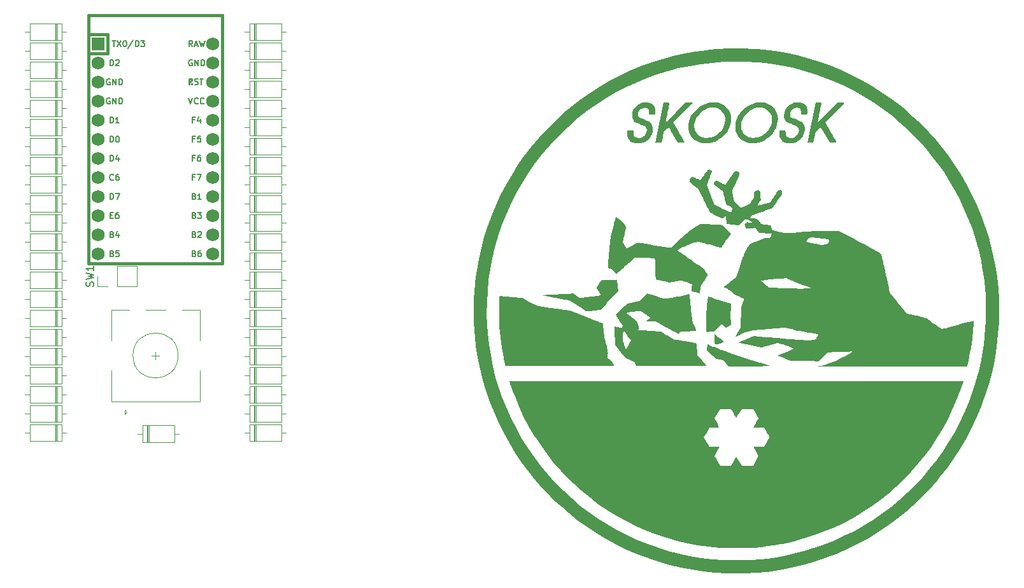
<source format=gbr>
%TF.GenerationSoftware,KiCad,Pcbnew,(6.0.7)*%
%TF.CreationDate,2023-01-10T09:57:21+01:00*%
%TF.ProjectId,skoosk pcb simple,736b6f6f-736b-4207-9063-622073696d70,rev?*%
%TF.SameCoordinates,Original*%
%TF.FileFunction,Legend,Top*%
%TF.FilePolarity,Positive*%
%FSLAX46Y46*%
G04 Gerber Fmt 4.6, Leading zero omitted, Abs format (unit mm)*
G04 Created by KiCad (PCBNEW (6.0.7)) date 2023-01-10 09:57:21*
%MOMM*%
%LPD*%
G01*
G04 APERTURE LIST*
%ADD10C,0.150000*%
%ADD11C,0.120000*%
%ADD12C,0.381000*%
%ADD13R,1.752600X1.752600*%
%ADD14C,1.752600*%
G04 APERTURE END LIST*
D10*
%TO.C,U1*%
X133013523Y-28256604D02*
X133013523Y-27456604D01*
X133204000Y-27456604D01*
X133318285Y-27494700D01*
X133394476Y-27570890D01*
X133432571Y-27647080D01*
X133470666Y-27799461D01*
X133470666Y-27913747D01*
X133432571Y-28066128D01*
X133394476Y-28142319D01*
X133318285Y-28218509D01*
X133204000Y-28256604D01*
X133013523Y-28256604D01*
X133965904Y-27456604D02*
X134042095Y-27456604D01*
X134118285Y-27494700D01*
X134156380Y-27532795D01*
X134194476Y-27608985D01*
X134232571Y-27761366D01*
X134232571Y-27951842D01*
X134194476Y-28104223D01*
X134156380Y-28180414D01*
X134118285Y-28218509D01*
X134042095Y-28256604D01*
X133965904Y-28256604D01*
X133889714Y-28218509D01*
X133851619Y-28180414D01*
X133813523Y-28104223D01*
X133775428Y-27951842D01*
X133775428Y-27761366D01*
X133813523Y-27608985D01*
X133851619Y-27532795D01*
X133889714Y-27494700D01*
X133965904Y-27456604D01*
X144202190Y-35457557D02*
X144316476Y-35495652D01*
X144354571Y-35533747D01*
X144392666Y-35609938D01*
X144392666Y-35724223D01*
X144354571Y-35800414D01*
X144316476Y-35838509D01*
X144240285Y-35876604D01*
X143935523Y-35876604D01*
X143935523Y-35076604D01*
X144202190Y-35076604D01*
X144278380Y-35114700D01*
X144316476Y-35152795D01*
X144354571Y-35228985D01*
X144354571Y-35305176D01*
X144316476Y-35381366D01*
X144278380Y-35419461D01*
X144202190Y-35457557D01*
X143935523Y-35457557D01*
X145154571Y-35876604D02*
X144697428Y-35876604D01*
X144926000Y-35876604D02*
X144926000Y-35076604D01*
X144849809Y-35190890D01*
X144773619Y-35267080D01*
X144697428Y-35305176D01*
X133280190Y-40537557D02*
X133394476Y-40575652D01*
X133432571Y-40613747D01*
X133470666Y-40689938D01*
X133470666Y-40804223D01*
X133432571Y-40880414D01*
X133394476Y-40918509D01*
X133318285Y-40956604D01*
X133013523Y-40956604D01*
X133013523Y-40156604D01*
X133280190Y-40156604D01*
X133356380Y-40194700D01*
X133394476Y-40232795D01*
X133432571Y-40308985D01*
X133432571Y-40385176D01*
X133394476Y-40461366D01*
X133356380Y-40499461D01*
X133280190Y-40537557D01*
X133013523Y-40537557D01*
X134156380Y-40423271D02*
X134156380Y-40956604D01*
X133965904Y-40118509D02*
X133775428Y-40689938D01*
X134270666Y-40689938D01*
X144259333Y-25297557D02*
X143992666Y-25297557D01*
X143992666Y-25716604D02*
X143992666Y-24916604D01*
X144373619Y-24916604D01*
X145021238Y-25183271D02*
X145021238Y-25716604D01*
X144830761Y-24878509D02*
X144640285Y-25449938D01*
X145135523Y-25449938D01*
X133013523Y-18096604D02*
X133013523Y-17296604D01*
X133204000Y-17296604D01*
X133318285Y-17334700D01*
X133394476Y-17410890D01*
X133432571Y-17487080D01*
X133470666Y-17639461D01*
X133470666Y-17753747D01*
X133432571Y-17906128D01*
X133394476Y-17982319D01*
X133318285Y-18058509D01*
X133204000Y-18096604D01*
X133013523Y-18096604D01*
X133775428Y-17372795D02*
X133813523Y-17334700D01*
X133889714Y-17296604D01*
X134080190Y-17296604D01*
X134156380Y-17334700D01*
X134194476Y-17372795D01*
X134232571Y-17448985D01*
X134232571Y-17525176D01*
X134194476Y-17639461D01*
X133737333Y-18096604D01*
X134232571Y-18096604D01*
X133302651Y-14756604D02*
X133759794Y-14756604D01*
X133531223Y-15556604D02*
X133531223Y-14756604D01*
X133950270Y-14756604D02*
X134483604Y-15556604D01*
X134483604Y-14756604D02*
X133950270Y-15556604D01*
X134940747Y-14756604D02*
X135016937Y-14756604D01*
X135093128Y-14794700D01*
X135131223Y-14832795D01*
X135169318Y-14908985D01*
X135207413Y-15061366D01*
X135207413Y-15251842D01*
X135169318Y-15404223D01*
X135131223Y-15480414D01*
X135093128Y-15518509D01*
X135016937Y-15556604D01*
X134940747Y-15556604D01*
X134864556Y-15518509D01*
X134826461Y-15480414D01*
X134788366Y-15404223D01*
X134750270Y-15251842D01*
X134750270Y-15061366D01*
X134788366Y-14908985D01*
X134826461Y-14832795D01*
X134864556Y-14794700D01*
X134940747Y-14756604D01*
X136121699Y-14718509D02*
X135435985Y-15747080D01*
X136388366Y-15556604D02*
X136388366Y-14756604D01*
X136578842Y-14756604D01*
X136693128Y-14794700D01*
X136769318Y-14870890D01*
X136807413Y-14947080D01*
X136845508Y-15099461D01*
X136845508Y-15213747D01*
X136807413Y-15366128D01*
X136769318Y-15442319D01*
X136693128Y-15518509D01*
X136578842Y-15556604D01*
X136388366Y-15556604D01*
X137112175Y-14756604D02*
X137607413Y-14756604D01*
X137340747Y-15061366D01*
X137455032Y-15061366D01*
X137531223Y-15099461D01*
X137569318Y-15137557D01*
X137607413Y-15213747D01*
X137607413Y-15404223D01*
X137569318Y-15480414D01*
X137531223Y-15518509D01*
X137455032Y-15556604D01*
X137226461Y-15556604D01*
X137150270Y-15518509D01*
X137112175Y-15480414D01*
X133280190Y-43077557D02*
X133394476Y-43115652D01*
X133432571Y-43153747D01*
X133470666Y-43229938D01*
X133470666Y-43344223D01*
X133432571Y-43420414D01*
X133394476Y-43458509D01*
X133318285Y-43496604D01*
X133013523Y-43496604D01*
X133013523Y-42696604D01*
X133280190Y-42696604D01*
X133356380Y-42734700D01*
X133394476Y-42772795D01*
X133432571Y-42848985D01*
X133432571Y-42925176D01*
X133394476Y-43001366D01*
X133356380Y-43039461D01*
X133280190Y-43077557D01*
X133013523Y-43077557D01*
X134194476Y-42696604D02*
X133813523Y-42696604D01*
X133775428Y-43077557D01*
X133813523Y-43039461D01*
X133889714Y-43001366D01*
X134080190Y-43001366D01*
X134156380Y-43039461D01*
X134194476Y-43077557D01*
X134232571Y-43153747D01*
X134232571Y-43344223D01*
X134194476Y-43420414D01*
X134156380Y-43458509D01*
X134080190Y-43496604D01*
X133889714Y-43496604D01*
X133813523Y-43458509D01*
X133775428Y-43420414D01*
X144202190Y-40537557D02*
X144316476Y-40575652D01*
X144354571Y-40613747D01*
X144392666Y-40689938D01*
X144392666Y-40804223D01*
X144354571Y-40880414D01*
X144316476Y-40918509D01*
X144240285Y-40956604D01*
X143935523Y-40956604D01*
X143935523Y-40156604D01*
X144202190Y-40156604D01*
X144278380Y-40194700D01*
X144316476Y-40232795D01*
X144354571Y-40308985D01*
X144354571Y-40385176D01*
X144316476Y-40461366D01*
X144278380Y-40499461D01*
X144202190Y-40537557D01*
X143935523Y-40537557D01*
X144697428Y-40232795D02*
X144735523Y-40194700D01*
X144811714Y-40156604D01*
X145002190Y-40156604D01*
X145078380Y-40194700D01*
X145116476Y-40232795D01*
X145154571Y-40308985D01*
X145154571Y-40385176D01*
X145116476Y-40499461D01*
X144659333Y-40956604D01*
X145154571Y-40956604D01*
X144259333Y-32917557D02*
X143992666Y-32917557D01*
X143992666Y-33336604D02*
X143992666Y-32536604D01*
X144373619Y-32536604D01*
X144602190Y-32536604D02*
X145135523Y-32536604D01*
X144792666Y-33336604D01*
X132994476Y-22414700D02*
X132918285Y-22376604D01*
X132804000Y-22376604D01*
X132689714Y-22414700D01*
X132613523Y-22490890D01*
X132575428Y-22567080D01*
X132537333Y-22719461D01*
X132537333Y-22833747D01*
X132575428Y-22986128D01*
X132613523Y-23062319D01*
X132689714Y-23138509D01*
X132804000Y-23176604D01*
X132880190Y-23176604D01*
X132994476Y-23138509D01*
X133032571Y-23100414D01*
X133032571Y-22833747D01*
X132880190Y-22833747D01*
X133375428Y-23176604D02*
X133375428Y-22376604D01*
X133832571Y-23176604D01*
X133832571Y-22376604D01*
X134213523Y-23176604D02*
X134213523Y-22376604D01*
X134404000Y-22376604D01*
X134518285Y-22414700D01*
X134594476Y-22490890D01*
X134632571Y-22567080D01*
X134670666Y-22719461D01*
X134670666Y-22833747D01*
X134632571Y-22986128D01*
X134594476Y-23062319D01*
X134518285Y-23138509D01*
X134404000Y-23176604D01*
X134213523Y-23176604D01*
X144202190Y-37997557D02*
X144316476Y-38035652D01*
X144354571Y-38073747D01*
X144392666Y-38149938D01*
X144392666Y-38264223D01*
X144354571Y-38340414D01*
X144316476Y-38378509D01*
X144240285Y-38416604D01*
X143935523Y-38416604D01*
X143935523Y-37616604D01*
X144202190Y-37616604D01*
X144278380Y-37654700D01*
X144316476Y-37692795D01*
X144354571Y-37768985D01*
X144354571Y-37845176D01*
X144316476Y-37921366D01*
X144278380Y-37959461D01*
X144202190Y-37997557D01*
X143935523Y-37997557D01*
X144659333Y-37616604D02*
X145154571Y-37616604D01*
X144887904Y-37921366D01*
X145002190Y-37921366D01*
X145078380Y-37959461D01*
X145116476Y-37997557D01*
X145154571Y-38073747D01*
X145154571Y-38264223D01*
X145116476Y-38340414D01*
X145078380Y-38378509D01*
X145002190Y-38416604D01*
X144773619Y-38416604D01*
X144697428Y-38378509D01*
X144659333Y-38340414D01*
X144259333Y-30377557D02*
X143992666Y-30377557D01*
X143992666Y-30796604D02*
X143992666Y-29996604D01*
X144373619Y-29996604D01*
X145021238Y-29996604D02*
X144868857Y-29996604D01*
X144792666Y-30034700D01*
X144754571Y-30072795D01*
X144678380Y-30187080D01*
X144640285Y-30339461D01*
X144640285Y-30644223D01*
X144678380Y-30720414D01*
X144716476Y-30758509D01*
X144792666Y-30796604D01*
X144945047Y-30796604D01*
X145021238Y-30758509D01*
X145059333Y-30720414D01*
X145097428Y-30644223D01*
X145097428Y-30453747D01*
X145059333Y-30377557D01*
X145021238Y-30339461D01*
X144945047Y-30301366D01*
X144792666Y-30301366D01*
X144716476Y-30339461D01*
X144678380Y-30377557D01*
X144640285Y-30453747D01*
X144264786Y-20568509D02*
X144379072Y-20606604D01*
X144569548Y-20606604D01*
X144645739Y-20568509D01*
X144683834Y-20530414D01*
X144721929Y-20454223D01*
X144721929Y-20378033D01*
X144683834Y-20301842D01*
X144645739Y-20263747D01*
X144569548Y-20225652D01*
X144417167Y-20187557D01*
X144340977Y-20149461D01*
X144302881Y-20111366D01*
X144264786Y-20035176D01*
X144264786Y-19958985D01*
X144302881Y-19882795D01*
X144340977Y-19844700D01*
X144417167Y-19806604D01*
X144607643Y-19806604D01*
X144721929Y-19844700D01*
X144950500Y-19806604D02*
X145407643Y-19806604D01*
X145179072Y-20606604D02*
X145179072Y-19806604D01*
X132994476Y-19874700D02*
X132918285Y-19836604D01*
X132804000Y-19836604D01*
X132689714Y-19874700D01*
X132613523Y-19950890D01*
X132575428Y-20027080D01*
X132537333Y-20179461D01*
X132537333Y-20293747D01*
X132575428Y-20446128D01*
X132613523Y-20522319D01*
X132689714Y-20598509D01*
X132804000Y-20636604D01*
X132880190Y-20636604D01*
X132994476Y-20598509D01*
X133032571Y-20560414D01*
X133032571Y-20293747D01*
X132880190Y-20293747D01*
X133375428Y-20636604D02*
X133375428Y-19836604D01*
X133832571Y-20636604D01*
X133832571Y-19836604D01*
X134213523Y-20636604D02*
X134213523Y-19836604D01*
X134404000Y-19836604D01*
X134518285Y-19874700D01*
X134594476Y-19950890D01*
X134632571Y-20027080D01*
X134670666Y-20179461D01*
X134670666Y-20293747D01*
X134632571Y-20446128D01*
X134594476Y-20522319D01*
X134518285Y-20598509D01*
X134404000Y-20636604D01*
X134213523Y-20636604D01*
X143973619Y-15556604D02*
X143706952Y-15175652D01*
X143516476Y-15556604D02*
X143516476Y-14756604D01*
X143821238Y-14756604D01*
X143897428Y-14794700D01*
X143935523Y-14832795D01*
X143973619Y-14908985D01*
X143973619Y-15023271D01*
X143935523Y-15099461D01*
X143897428Y-15137557D01*
X143821238Y-15175652D01*
X143516476Y-15175652D01*
X144278380Y-15328033D02*
X144659333Y-15328033D01*
X144202190Y-15556604D02*
X144468857Y-14756604D01*
X144735523Y-15556604D01*
X144926000Y-14756604D02*
X145116476Y-15556604D01*
X145268857Y-14985176D01*
X145421238Y-15556604D01*
X145611714Y-14756604D01*
X144259333Y-27837557D02*
X143992666Y-27837557D01*
X143992666Y-28256604D02*
X143992666Y-27456604D01*
X144373619Y-27456604D01*
X145059333Y-27456604D02*
X144678380Y-27456604D01*
X144640285Y-27837557D01*
X144678380Y-27799461D01*
X144754571Y-27761366D01*
X144945047Y-27761366D01*
X145021238Y-27799461D01*
X145059333Y-27837557D01*
X145097428Y-27913747D01*
X145097428Y-28104223D01*
X145059333Y-28180414D01*
X145021238Y-28218509D01*
X144945047Y-28256604D01*
X144754571Y-28256604D01*
X144678380Y-28218509D01*
X144640285Y-28180414D01*
X133013523Y-35876604D02*
X133013523Y-35076604D01*
X133204000Y-35076604D01*
X133318285Y-35114700D01*
X133394476Y-35190890D01*
X133432571Y-35267080D01*
X133470666Y-35419461D01*
X133470666Y-35533747D01*
X133432571Y-35686128D01*
X133394476Y-35762319D01*
X133318285Y-35838509D01*
X133204000Y-35876604D01*
X133013523Y-35876604D01*
X133737333Y-35076604D02*
X134270666Y-35076604D01*
X133927809Y-35876604D01*
X133013523Y-25716604D02*
X133013523Y-24916604D01*
X133204000Y-24916604D01*
X133318285Y-24954700D01*
X133394476Y-25030890D01*
X133432571Y-25107080D01*
X133470666Y-25259461D01*
X133470666Y-25373747D01*
X133432571Y-25526128D01*
X133394476Y-25602319D01*
X133318285Y-25678509D01*
X133204000Y-25716604D01*
X133013523Y-25716604D01*
X134232571Y-25716604D02*
X133775428Y-25716604D01*
X134004000Y-25716604D02*
X134004000Y-24916604D01*
X133927809Y-25030890D01*
X133851619Y-25107080D01*
X133775428Y-25145176D01*
X133470666Y-33260414D02*
X133432571Y-33298509D01*
X133318285Y-33336604D01*
X133242095Y-33336604D01*
X133127809Y-33298509D01*
X133051619Y-33222319D01*
X133013523Y-33146128D01*
X132975428Y-32993747D01*
X132975428Y-32879461D01*
X133013523Y-32727080D01*
X133051619Y-32650890D01*
X133127809Y-32574700D01*
X133242095Y-32536604D01*
X133318285Y-32536604D01*
X133432571Y-32574700D01*
X133470666Y-32612795D01*
X134156380Y-32536604D02*
X134004000Y-32536604D01*
X133927809Y-32574700D01*
X133889714Y-32612795D01*
X133813523Y-32727080D01*
X133775428Y-32879461D01*
X133775428Y-33184223D01*
X133813523Y-33260414D01*
X133851619Y-33298509D01*
X133927809Y-33336604D01*
X134080190Y-33336604D01*
X134156380Y-33298509D01*
X134194476Y-33260414D01*
X134232571Y-33184223D01*
X134232571Y-32993747D01*
X134194476Y-32917557D01*
X134156380Y-32879461D01*
X134080190Y-32841366D01*
X133927809Y-32841366D01*
X133851619Y-32879461D01*
X133813523Y-32917557D01*
X133775428Y-32993747D01*
X133051619Y-37997557D02*
X133318285Y-37997557D01*
X133432571Y-38416604D02*
X133051619Y-38416604D01*
X133051619Y-37616604D01*
X133432571Y-37616604D01*
X134118285Y-37616604D02*
X133965904Y-37616604D01*
X133889714Y-37654700D01*
X133851619Y-37692795D01*
X133775428Y-37807080D01*
X133737333Y-37959461D01*
X133737333Y-38264223D01*
X133775428Y-38340414D01*
X133813523Y-38378509D01*
X133889714Y-38416604D01*
X134042095Y-38416604D01*
X134118285Y-38378509D01*
X134156380Y-38340414D01*
X134194476Y-38264223D01*
X134194476Y-38073747D01*
X134156380Y-37997557D01*
X134118285Y-37959461D01*
X134042095Y-37921366D01*
X133889714Y-37921366D01*
X133813523Y-37959461D01*
X133775428Y-37997557D01*
X133737333Y-38073747D01*
X143916476Y-17334700D02*
X143840285Y-17296604D01*
X143726000Y-17296604D01*
X143611714Y-17334700D01*
X143535523Y-17410890D01*
X143497428Y-17487080D01*
X143459333Y-17639461D01*
X143459333Y-17753747D01*
X143497428Y-17906128D01*
X143535523Y-17982319D01*
X143611714Y-18058509D01*
X143726000Y-18096604D01*
X143802190Y-18096604D01*
X143916476Y-18058509D01*
X143954571Y-18020414D01*
X143954571Y-17753747D01*
X143802190Y-17753747D01*
X144297428Y-18096604D02*
X144297428Y-17296604D01*
X144754571Y-18096604D01*
X144754571Y-17296604D01*
X145135523Y-18096604D02*
X145135523Y-17296604D01*
X145326000Y-17296604D01*
X145440285Y-17334700D01*
X145516476Y-17410890D01*
X145554571Y-17487080D01*
X145592666Y-17639461D01*
X145592666Y-17753747D01*
X145554571Y-17906128D01*
X145516476Y-17982319D01*
X145440285Y-18058509D01*
X145326000Y-18096604D01*
X145135523Y-18096604D01*
X143459333Y-22376604D02*
X143726000Y-23176604D01*
X143992666Y-22376604D01*
X144716476Y-23100414D02*
X144678380Y-23138509D01*
X144564095Y-23176604D01*
X144487904Y-23176604D01*
X144373619Y-23138509D01*
X144297428Y-23062319D01*
X144259333Y-22986128D01*
X144221238Y-22833747D01*
X144221238Y-22719461D01*
X144259333Y-22567080D01*
X144297428Y-22490890D01*
X144373619Y-22414700D01*
X144487904Y-22376604D01*
X144564095Y-22376604D01*
X144678380Y-22414700D01*
X144716476Y-22452795D01*
X145516476Y-23100414D02*
X145478380Y-23138509D01*
X145364095Y-23176604D01*
X145287904Y-23176604D01*
X145173619Y-23138509D01*
X145097428Y-23062319D01*
X145059333Y-22986128D01*
X145021238Y-22833747D01*
X145021238Y-22719461D01*
X145059333Y-22567080D01*
X145097428Y-22490890D01*
X145173619Y-22414700D01*
X145287904Y-22376604D01*
X145364095Y-22376604D01*
X145478380Y-22414700D01*
X145516476Y-22452795D01*
X133013523Y-30796604D02*
X133013523Y-29996604D01*
X133204000Y-29996604D01*
X133318285Y-30034700D01*
X133394476Y-30110890D01*
X133432571Y-30187080D01*
X133470666Y-30339461D01*
X133470666Y-30453747D01*
X133432571Y-30606128D01*
X133394476Y-30682319D01*
X133318285Y-30758509D01*
X133204000Y-30796604D01*
X133013523Y-30796604D01*
X134156380Y-30263271D02*
X134156380Y-30796604D01*
X133965904Y-29958509D02*
X133775428Y-30529938D01*
X134270666Y-30529938D01*
X144202190Y-43077557D02*
X144316476Y-43115652D01*
X144354571Y-43153747D01*
X144392666Y-43229938D01*
X144392666Y-43344223D01*
X144354571Y-43420414D01*
X144316476Y-43458509D01*
X144240285Y-43496604D01*
X143935523Y-43496604D01*
X143935523Y-42696604D01*
X144202190Y-42696604D01*
X144278380Y-42734700D01*
X144316476Y-42772795D01*
X144354571Y-42848985D01*
X144354571Y-42925176D01*
X144316476Y-43001366D01*
X144278380Y-43039461D01*
X144202190Y-43077557D01*
X143935523Y-43077557D01*
X145078380Y-42696604D02*
X144926000Y-42696604D01*
X144849809Y-42734700D01*
X144811714Y-42772795D01*
X144735523Y-42887080D01*
X144697428Y-43039461D01*
X144697428Y-43344223D01*
X144735523Y-43420414D01*
X144773619Y-43458509D01*
X144849809Y-43496604D01*
X145002190Y-43496604D01*
X145078380Y-43458509D01*
X145116476Y-43420414D01*
X145154571Y-43344223D01*
X145154571Y-43153747D01*
X145116476Y-43077557D01*
X145078380Y-43039461D01*
X145002190Y-43001366D01*
X144849809Y-43001366D01*
X144773619Y-43039461D01*
X144735523Y-43077557D01*
X144697428Y-43153747D01*
%TO.C,SW1*%
X130784761Y-47434333D02*
X130832380Y-47291476D01*
X130832380Y-47053380D01*
X130784761Y-46958142D01*
X130737142Y-46910523D01*
X130641904Y-46862904D01*
X130546666Y-46862904D01*
X130451428Y-46910523D01*
X130403809Y-46958142D01*
X130356190Y-47053380D01*
X130308571Y-47243857D01*
X130260952Y-47339095D01*
X130213333Y-47386714D01*
X130118095Y-47434333D01*
X130022857Y-47434333D01*
X129927619Y-47386714D01*
X129880000Y-47339095D01*
X129832380Y-47243857D01*
X129832380Y-47005761D01*
X129880000Y-46862904D01*
X129832380Y-46529571D02*
X130832380Y-46291476D01*
X130118095Y-46101000D01*
X130832380Y-45910523D01*
X129832380Y-45672428D01*
X130832380Y-44767666D02*
X130832380Y-45339095D01*
X130832380Y-45053380D02*
X129832380Y-45053380D01*
X129975238Y-45148619D01*
X130070476Y-45243857D01*
X130118095Y-45339095D01*
D11*
%TO.C,D28*%
X125980000Y-52809000D02*
X125980000Y-50569000D01*
X126580000Y-52809000D02*
X126580000Y-50569000D01*
X126580000Y-50569000D02*
X122340000Y-50569000D01*
X125860000Y-52809000D02*
X125860000Y-50569000D01*
X122340000Y-52809000D02*
X126580000Y-52809000D01*
X127230000Y-51689000D02*
X126580000Y-51689000D01*
X125740000Y-52809000D02*
X125740000Y-50569000D01*
X121690000Y-51689000D02*
X122340000Y-51689000D01*
X122340000Y-50569000D02*
X122340000Y-52809000D01*
D12*
%TO.C,U1*%
X132715000Y-13924700D02*
X130175000Y-13924700D01*
X130175000Y-44404700D02*
X147955000Y-44404700D01*
X130175000Y-13924700D02*
X130175000Y-44404700D01*
X132715000Y-16464700D02*
X130175000Y-16464700D01*
X147955000Y-11384700D02*
X130175000Y-11384700D01*
X130175000Y-11384700D02*
X130175000Y-13924700D01*
X132715000Y-13924700D02*
X132715000Y-16464700D01*
X147955000Y-44404700D02*
X147955000Y-13924700D01*
X147955000Y-13924700D02*
X147955000Y-11384700D01*
G36*
X143996568Y-19904060D02*
G01*
X143496568Y-19904060D01*
X143496568Y-19804060D01*
X143996568Y-19804060D01*
X143996568Y-19904060D01*
G37*
D10*
X143996568Y-19904060D02*
X143496568Y-19904060D01*
X143496568Y-19804060D01*
X143996568Y-19804060D01*
X143996568Y-19904060D01*
G36*
X143996568Y-20104060D02*
G01*
X143896568Y-20104060D01*
X143896568Y-19804060D01*
X143996568Y-19804060D01*
X143996568Y-20104060D01*
G37*
X143996568Y-20104060D02*
X143896568Y-20104060D01*
X143896568Y-19804060D01*
X143996568Y-19804060D01*
X143996568Y-20104060D01*
G36*
X143796568Y-20304060D02*
G01*
X143696568Y-20304060D01*
X143696568Y-20204060D01*
X143796568Y-20204060D01*
X143796568Y-20304060D01*
G37*
X143796568Y-20304060D02*
X143696568Y-20304060D01*
X143696568Y-20204060D01*
X143796568Y-20204060D01*
X143796568Y-20304060D01*
G36*
X143596568Y-20604060D02*
G01*
X143496568Y-20604060D01*
X143496568Y-19804060D01*
X143596568Y-19804060D01*
X143596568Y-20604060D01*
G37*
X143596568Y-20604060D02*
X143496568Y-20604060D01*
X143496568Y-19804060D01*
X143596568Y-19804060D01*
X143596568Y-20604060D01*
G36*
X143996568Y-20604060D02*
G01*
X143896568Y-20604060D01*
X143896568Y-20404060D01*
X143996568Y-20404060D01*
X143996568Y-20604060D01*
G37*
X143996568Y-20604060D02*
X143896568Y-20604060D01*
X143896568Y-20404060D01*
X143996568Y-20404060D01*
X143996568Y-20604060D01*
D11*
%TO.C,D3*%
X125860000Y-19789000D02*
X125860000Y-17549000D01*
X122340000Y-17549000D02*
X122340000Y-19789000D01*
X121690000Y-18669000D02*
X122340000Y-18669000D01*
X127230000Y-18669000D02*
X126580000Y-18669000D01*
X126580000Y-19789000D02*
X126580000Y-17549000D01*
X125980000Y-19789000D02*
X125980000Y-17549000D01*
X125740000Y-19789000D02*
X125740000Y-17549000D01*
X126580000Y-17549000D02*
X122340000Y-17549000D01*
X122340000Y-19789000D02*
X126580000Y-19789000D01*
%TO.C,D14*%
X126580000Y-30249000D02*
X122340000Y-30249000D01*
X121690000Y-31369000D02*
X122340000Y-31369000D01*
X125860000Y-32489000D02*
X125860000Y-30249000D01*
X122340000Y-32489000D02*
X126580000Y-32489000D01*
X126580000Y-32489000D02*
X126580000Y-30249000D01*
X127230000Y-31369000D02*
X126580000Y-31369000D01*
X122340000Y-30249000D02*
X122340000Y-32489000D01*
X125740000Y-32489000D02*
X125740000Y-30249000D01*
X125980000Y-32489000D02*
X125980000Y-30249000D01*
%TO.C,D43*%
X150900000Y-61849000D02*
X151550000Y-61849000D01*
X151550000Y-62969000D02*
X155790000Y-62969000D01*
X155790000Y-60729000D02*
X151550000Y-60729000D01*
X152390000Y-60729000D02*
X152390000Y-62969000D01*
X156440000Y-61849000D02*
X155790000Y-61849000D01*
X151550000Y-60729000D02*
X151550000Y-62969000D01*
X152150000Y-60729000D02*
X152150000Y-62969000D01*
X155790000Y-62969000D02*
X155790000Y-60729000D01*
X152270000Y-60729000D02*
X152270000Y-62969000D01*
%TO.C,D2*%
X126580000Y-15009000D02*
X122340000Y-15009000D01*
X121690000Y-16129000D02*
X122340000Y-16129000D01*
X122340000Y-15009000D02*
X122340000Y-17249000D01*
X125860000Y-17249000D02*
X125860000Y-15009000D01*
X126580000Y-17249000D02*
X126580000Y-15009000D01*
X125740000Y-17249000D02*
X125740000Y-15009000D01*
X125980000Y-17249000D02*
X125980000Y-15009000D01*
X122340000Y-17249000D02*
X126580000Y-17249000D01*
X127230000Y-16129000D02*
X126580000Y-16129000D01*
%TO.C,D23*%
X152390000Y-30249000D02*
X152390000Y-32489000D01*
X151550000Y-32489000D02*
X155790000Y-32489000D01*
X155790000Y-32489000D02*
X155790000Y-30249000D01*
X151550000Y-30249000D02*
X151550000Y-32489000D01*
X152150000Y-30249000D02*
X152150000Y-32489000D01*
X150900000Y-31369000D02*
X151550000Y-31369000D01*
X152270000Y-30249000D02*
X152270000Y-32489000D01*
X156440000Y-31369000D02*
X155790000Y-31369000D01*
X155790000Y-30249000D02*
X151550000Y-30249000D01*
%TO.C,SW2*%
X133165000Y-62746000D02*
X144965000Y-62746000D01*
X139065000Y-57146000D02*
X139065000Y-56146000D01*
X138565000Y-56646000D02*
X139565000Y-56646000D01*
X142565000Y-50546000D02*
X144965000Y-50546000D01*
X134965000Y-64446000D02*
X134965000Y-63846000D01*
X144965000Y-58646000D02*
X144965000Y-62746000D01*
X133165000Y-58646000D02*
X133165000Y-62746000D01*
X137765000Y-50546000D02*
X140365000Y-50546000D01*
X144965000Y-50546000D02*
X144965000Y-54646000D01*
X134965000Y-63846000D02*
X135265000Y-64146000D01*
X133165000Y-54646000D02*
X133165000Y-50546000D01*
X135265000Y-64146000D02*
X134965000Y-64446000D01*
X133165000Y-50546000D02*
X135565000Y-50546000D01*
X142065000Y-56646000D02*
G75*
G03*
X142065000Y-56646000I-3000000J0D01*
G01*
%TO.C,D6*%
X122340000Y-27409000D02*
X126580000Y-27409000D01*
X126580000Y-27409000D02*
X126580000Y-25169000D01*
X125980000Y-27409000D02*
X125980000Y-25169000D01*
X125860000Y-27409000D02*
X125860000Y-25169000D01*
X121690000Y-26289000D02*
X122340000Y-26289000D01*
X122340000Y-25169000D02*
X122340000Y-27409000D01*
X127230000Y-26289000D02*
X126580000Y-26289000D01*
X126580000Y-25169000D02*
X122340000Y-25169000D01*
X125740000Y-27409000D02*
X125740000Y-25169000D01*
%TO.C,D34*%
X155790000Y-48029000D02*
X151550000Y-48029000D01*
X152390000Y-48029000D02*
X152390000Y-50269000D01*
X151550000Y-48029000D02*
X151550000Y-50269000D01*
X150900000Y-49149000D02*
X151550000Y-49149000D01*
X152270000Y-48029000D02*
X152270000Y-50269000D01*
X151550000Y-50269000D02*
X155790000Y-50269000D01*
X152150000Y-48029000D02*
X152150000Y-50269000D01*
X156440000Y-49149000D02*
X155790000Y-49149000D01*
X155790000Y-50269000D02*
X155790000Y-48029000D01*
%TO.C,SW1*%
X132710000Y-47431000D02*
X131380000Y-47431000D01*
X133980000Y-44771000D02*
X136580000Y-44771000D01*
X133980000Y-47431000D02*
X133980000Y-44771000D01*
X133980000Y-47431000D02*
X136580000Y-47431000D01*
X131380000Y-47431000D02*
X131380000Y-46101000D01*
X136580000Y-47431000D02*
X136580000Y-44771000D01*
%TO.C,D5*%
X127230000Y-23749000D02*
X126580000Y-23749000D01*
X122340000Y-22629000D02*
X122340000Y-24869000D01*
X126580000Y-22629000D02*
X122340000Y-22629000D01*
X126580000Y-24869000D02*
X126580000Y-22629000D01*
X125860000Y-24869000D02*
X125860000Y-22629000D01*
X121690000Y-23749000D02*
X122340000Y-23749000D01*
X125980000Y-24869000D02*
X125980000Y-22629000D01*
X125740000Y-24869000D02*
X125740000Y-22629000D01*
X122340000Y-24869000D02*
X126580000Y-24869000D01*
%TO.C,D40*%
X127230000Y-66929000D02*
X126580000Y-66929000D01*
X125740000Y-68049000D02*
X125740000Y-65809000D01*
X122340000Y-68049000D02*
X126580000Y-68049000D01*
X126580000Y-68049000D02*
X126580000Y-65809000D01*
X122340000Y-65809000D02*
X122340000Y-68049000D01*
X125860000Y-68049000D02*
X125860000Y-65809000D01*
X121690000Y-66929000D02*
X122340000Y-66929000D01*
X125980000Y-68049000D02*
X125980000Y-65809000D01*
X126580000Y-65809000D02*
X122340000Y-65809000D01*
%TO.C,D4*%
X125740000Y-22329000D02*
X125740000Y-20089000D01*
X121690000Y-21209000D02*
X122340000Y-21209000D01*
X127230000Y-21209000D02*
X126580000Y-21209000D01*
X126580000Y-22329000D02*
X126580000Y-20089000D01*
X122340000Y-22329000D02*
X126580000Y-22329000D01*
X122340000Y-20089000D02*
X122340000Y-22329000D01*
X125860000Y-22329000D02*
X125860000Y-20089000D01*
X126580000Y-20089000D02*
X122340000Y-20089000D01*
X125980000Y-22329000D02*
X125980000Y-20089000D01*
%TO.C,D24*%
X152150000Y-27709000D02*
X152150000Y-29949000D01*
X150900000Y-28829000D02*
X151550000Y-28829000D01*
X152390000Y-27709000D02*
X152390000Y-29949000D01*
X151550000Y-27709000D02*
X151550000Y-29949000D01*
X156440000Y-28829000D02*
X155790000Y-28829000D01*
X151550000Y-29949000D02*
X155790000Y-29949000D01*
X152270000Y-27709000D02*
X152270000Y-29949000D01*
X155790000Y-27709000D02*
X151550000Y-27709000D01*
X155790000Y-29949000D02*
X155790000Y-27709000D01*
%TO.C,D39*%
X125740000Y-65509000D02*
X125740000Y-63269000D01*
X126580000Y-63269000D02*
X122340000Y-63269000D01*
X122340000Y-63269000D02*
X122340000Y-65509000D01*
X121690000Y-64389000D02*
X122340000Y-64389000D01*
X122340000Y-65509000D02*
X126580000Y-65509000D01*
X127230000Y-64389000D02*
X126580000Y-64389000D01*
X126580000Y-65509000D02*
X126580000Y-63269000D01*
X125980000Y-65509000D02*
X125980000Y-63269000D01*
X125860000Y-65509000D02*
X125860000Y-63269000D01*
%TO.C,D27*%
X125980000Y-50269000D02*
X125980000Y-48029000D01*
X122340000Y-50269000D02*
X126580000Y-50269000D01*
X121690000Y-49149000D02*
X122340000Y-49149000D01*
X126580000Y-50269000D02*
X126580000Y-48029000D01*
X126580000Y-48029000D02*
X122340000Y-48029000D01*
X125860000Y-50269000D02*
X125860000Y-48029000D01*
X127230000Y-49149000D02*
X126580000Y-49149000D01*
X122340000Y-48029000D02*
X122340000Y-50269000D01*
X125740000Y-50269000D02*
X125740000Y-48029000D01*
%TO.C,D30*%
X125980000Y-57889000D02*
X125980000Y-55649000D01*
X126580000Y-55649000D02*
X122340000Y-55649000D01*
X125860000Y-57889000D02*
X125860000Y-55649000D01*
X122340000Y-55649000D02*
X122340000Y-57889000D01*
X126580000Y-57889000D02*
X126580000Y-55649000D01*
X122340000Y-57889000D02*
X126580000Y-57889000D01*
X127230000Y-56769000D02*
X126580000Y-56769000D01*
X121690000Y-56769000D02*
X122340000Y-56769000D01*
X125740000Y-57889000D02*
X125740000Y-55649000D01*
%TO.C,D22*%
X152390000Y-32789000D02*
X152390000Y-35029000D01*
X151550000Y-35029000D02*
X155790000Y-35029000D01*
X152150000Y-32789000D02*
X152150000Y-35029000D01*
X156440000Y-33909000D02*
X155790000Y-33909000D01*
X151550000Y-32789000D02*
X151550000Y-35029000D01*
X155790000Y-32789000D02*
X151550000Y-32789000D01*
X150900000Y-33909000D02*
X151550000Y-33909000D01*
X155790000Y-35029000D02*
X155790000Y-32789000D01*
X152270000Y-32789000D02*
X152270000Y-35029000D01*
%TO.C,D18*%
X125860000Y-42649000D02*
X125860000Y-40409000D01*
X122340000Y-40409000D02*
X122340000Y-42649000D01*
X125740000Y-42649000D02*
X125740000Y-40409000D01*
X125980000Y-42649000D02*
X125980000Y-40409000D01*
X121690000Y-41529000D02*
X122340000Y-41529000D01*
X126580000Y-42649000D02*
X126580000Y-40409000D01*
X126580000Y-40409000D02*
X122340000Y-40409000D01*
X122340000Y-42649000D02*
X126580000Y-42649000D01*
X127230000Y-41529000D02*
X126580000Y-41529000D01*
%TO.C,Gfront*%
G36*
X215857287Y-46529588D02*
G01*
X215974843Y-46436671D01*
X215984853Y-46428781D01*
X216118397Y-46316031D01*
X216225197Y-46211204D01*
X216292482Y-46127230D01*
X216304192Y-46105488D01*
X216325401Y-46049267D01*
X216365579Y-45936031D01*
X216422037Y-45773610D01*
X216492084Y-45569839D01*
X216573028Y-45332551D01*
X216662179Y-45069577D01*
X216756845Y-44788751D01*
X216770161Y-44749125D01*
X216867764Y-44459674D01*
X216962376Y-44181192D01*
X217050920Y-43922584D01*
X217130317Y-43692757D01*
X217197490Y-43500617D01*
X217249362Y-43355070D01*
X217282856Y-43265022D01*
X217284029Y-43262045D01*
X217392314Y-43008074D01*
X217522340Y-42733892D01*
X217662335Y-42462612D01*
X217800530Y-42217344D01*
X217887635Y-42076954D01*
X217938188Y-41999015D01*
X217981574Y-41935894D01*
X218025501Y-41883355D01*
X218077679Y-41837164D01*
X218145818Y-41793085D01*
X218237627Y-41746885D01*
X218360815Y-41694328D01*
X218523091Y-41631180D01*
X218732166Y-41553205D01*
X218864842Y-41504362D01*
X225511894Y-41504362D01*
X225628982Y-41531801D01*
X225790757Y-41567934D01*
X225987016Y-41610642D01*
X226207557Y-41657811D01*
X226442175Y-41707323D01*
X226680668Y-41757062D01*
X226912833Y-41804912D01*
X227128467Y-41848756D01*
X227317367Y-41886478D01*
X227469329Y-41915961D01*
X227574151Y-41935090D01*
X227620380Y-41941730D01*
X227707490Y-41935354D01*
X227835868Y-41914709D01*
X227980925Y-41883907D01*
X228013516Y-41875956D01*
X228203274Y-41828008D01*
X228337786Y-41790901D01*
X228428068Y-41758608D01*
X228485133Y-41725107D01*
X228519994Y-41684370D01*
X228543667Y-41630375D01*
X228561053Y-41576439D01*
X228607180Y-41424385D01*
X228631437Y-41324708D01*
X228634281Y-41265160D01*
X228616169Y-41233495D01*
X228577557Y-41217465D01*
X228574468Y-41216701D01*
X228470437Y-41195605D01*
X228311645Y-41168562D01*
X228111254Y-41137411D01*
X227882431Y-41103995D01*
X227638339Y-41070153D01*
X227392144Y-41037726D01*
X227157008Y-41008555D01*
X226946098Y-40984481D01*
X226825767Y-40972201D01*
X226578687Y-40948203D01*
X226389064Y-40931121D01*
X226246132Y-40923374D01*
X226139124Y-40927384D01*
X226057275Y-40945570D01*
X225989818Y-40980352D01*
X225925987Y-41034151D01*
X225855015Y-41109388D01*
X225766137Y-41208482D01*
X225763942Y-41210901D01*
X225661105Y-41325458D01*
X225579123Y-41419252D01*
X225526626Y-41482233D01*
X225511894Y-41504362D01*
X218864842Y-41504362D01*
X218995749Y-41456170D01*
X219062550Y-41431574D01*
X219256123Y-41357679D01*
X219449439Y-41279394D01*
X219622545Y-41205083D01*
X219755486Y-41143110D01*
X219777528Y-41131875D01*
X219904999Y-41068384D01*
X220002291Y-41032424D01*
X220098457Y-41017376D01*
X220222550Y-41016619D01*
X220275511Y-41018413D01*
X220470780Y-41022441D01*
X220610810Y-41014450D01*
X220708296Y-40990145D01*
X220775933Y-40945233D01*
X220826416Y-40875418D01*
X220852153Y-40823343D01*
X220892197Y-40720697D01*
X220935672Y-40586983D01*
X220978112Y-40439272D01*
X221015052Y-40294635D01*
X221042026Y-40170143D01*
X221054567Y-40082869D01*
X221053149Y-40054973D01*
X221040533Y-40065406D01*
X221019616Y-40129129D01*
X220995339Y-40230505D01*
X220968925Y-40342409D01*
X220944720Y-40423688D01*
X220929335Y-40454941D01*
X220888676Y-40455528D01*
X220795844Y-40448086D01*
X220666382Y-40434036D01*
X220570497Y-40422105D01*
X220391328Y-40401590D01*
X220175100Y-40381060D01*
X219953067Y-40363311D01*
X219808388Y-40353895D01*
X219384362Y-40329738D01*
X219093037Y-39958408D01*
X218984886Y-39823476D01*
X218889927Y-39710446D01*
X218816755Y-39629150D01*
X218773967Y-39589422D01*
X218768387Y-39587079D01*
X218719564Y-39601556D01*
X218636523Y-39637919D01*
X218601042Y-39655450D01*
X218533410Y-39684857D01*
X218457147Y-39704567D01*
X218357281Y-39716357D01*
X218218841Y-39722007D01*
X218029793Y-39723298D01*
X217861283Y-39721170D01*
X217716233Y-39715734D01*
X217609072Y-39707786D01*
X217554227Y-39698121D01*
X217551970Y-39696963D01*
X217497657Y-39626311D01*
X217453019Y-39491483D01*
X217423508Y-39328203D01*
X217399794Y-39154791D01*
X217560295Y-39023272D01*
X217720797Y-38891753D01*
X218018579Y-38948837D01*
X218203708Y-38982339D01*
X218332615Y-39000174D01*
X218415493Y-39002925D01*
X218462534Y-38991175D01*
X218479283Y-38975149D01*
X218458888Y-38947608D01*
X218386607Y-38898317D01*
X218273170Y-38832979D01*
X218129309Y-38757297D01*
X217965757Y-38676971D01*
X217793244Y-38597705D01*
X217666050Y-38543051D01*
X217431865Y-38445776D01*
X217375471Y-38516879D01*
X217270834Y-38644142D01*
X217150944Y-38782525D01*
X217024872Y-38922429D01*
X216901687Y-39054256D01*
X216790458Y-39168406D01*
X216700255Y-39255279D01*
X216640147Y-39305277D01*
X216622721Y-39313598D01*
X216567297Y-39309788D01*
X216459271Y-39299261D01*
X216310184Y-39283376D01*
X216131579Y-39263492D01*
X215934996Y-39240970D01*
X215731977Y-39217169D01*
X215534063Y-39193449D01*
X215352796Y-39171169D01*
X215199717Y-39151689D01*
X215086367Y-39136369D01*
X215024288Y-39126569D01*
X215016167Y-39124335D01*
X215008741Y-39087890D01*
X214996236Y-38995070D01*
X214980052Y-38857562D01*
X214961589Y-38687054D01*
X214948951Y-38563285D01*
X214929156Y-38378635D01*
X214909583Y-38220471D01*
X214891849Y-38100147D01*
X214877571Y-38029018D01*
X214870789Y-38014535D01*
X214838956Y-38038614D01*
X214775384Y-38102510D01*
X214692340Y-38193713D01*
X214669683Y-38219650D01*
X214578402Y-38316638D01*
X214496585Y-38388878D01*
X214439209Y-38423482D01*
X214431317Y-38424764D01*
X214376942Y-38409081D01*
X214273496Y-38365701D01*
X214131677Y-38300128D01*
X213962181Y-38217866D01*
X213775708Y-38124420D01*
X213582954Y-38025294D01*
X213394618Y-37925993D01*
X213221396Y-37832020D01*
X213073988Y-37748880D01*
X212963090Y-37682076D01*
X212899400Y-37637114D01*
X212897929Y-37635797D01*
X212830569Y-37560131D01*
X212744888Y-37443742D01*
X212654829Y-37306185D01*
X212612138Y-37234931D01*
X212516286Y-37063005D01*
X212398293Y-36841323D01*
X212264384Y-36582341D01*
X212120783Y-36298515D01*
X211973713Y-36002299D01*
X211829398Y-35706150D01*
X211694062Y-35422522D01*
X211573929Y-35163870D01*
X211541174Y-35091655D01*
X211461509Y-34916659D01*
X211389594Y-34762098D01*
X211330891Y-34639446D01*
X211290859Y-34560177D01*
X211277267Y-34537129D01*
X211241401Y-34504501D01*
X211159803Y-34436981D01*
X211040935Y-34341356D01*
X210893262Y-34224414D01*
X210725249Y-34092944D01*
X210666590Y-34047378D01*
X210088795Y-33599367D01*
X210089171Y-33439589D01*
X210094590Y-33259263D01*
X210113308Y-33132724D01*
X210150512Y-33045867D01*
X210211389Y-32984590D01*
X210269169Y-32950228D01*
X210369243Y-32910721D01*
X210456271Y-32895269D01*
X210478076Y-32897240D01*
X210534382Y-32915756D01*
X210640577Y-32955401D01*
X210783414Y-33011065D01*
X210949645Y-33077636D01*
X211023696Y-33107800D01*
X211189818Y-33174515D01*
X211332443Y-33229329D01*
X211440224Y-33268075D01*
X211501817Y-33286587D01*
X211511682Y-33287027D01*
X211534785Y-33256202D01*
X211591807Y-33177501D01*
X211677093Y-33058803D01*
X211784992Y-32907989D01*
X211909850Y-32732939D01*
X211997703Y-32609501D01*
X212150452Y-32395927D01*
X212270451Y-32231756D01*
X212363630Y-32110010D01*
X212435915Y-32023711D01*
X212493233Y-31965881D01*
X212541513Y-31929542D01*
X212586680Y-31907717D01*
X212596862Y-31904145D01*
X212678123Y-31882548D01*
X212746190Y-31885063D01*
X212829139Y-31915785D01*
X212893773Y-31947453D01*
X212987077Y-32002680D01*
X213048523Y-32054284D01*
X213062953Y-32080776D01*
X213051769Y-32124227D01*
X213020185Y-32223290D01*
X212971151Y-32369321D01*
X212907620Y-32553673D01*
X212832543Y-32767699D01*
X212748873Y-33002753D01*
X212735453Y-33040155D01*
X212407952Y-33951941D01*
X212548168Y-34371785D01*
X212588470Y-34488359D01*
X212645122Y-34646484D01*
X212714729Y-34837179D01*
X212793895Y-35051461D01*
X212879224Y-35280347D01*
X212967319Y-35514856D01*
X213054785Y-35746005D01*
X213138226Y-35964813D01*
X213214246Y-36162295D01*
X213279449Y-36329472D01*
X213330439Y-36457359D01*
X213363819Y-36536976D01*
X213375381Y-36559730D01*
X213415107Y-36583289D01*
X213506980Y-36631574D01*
X213641423Y-36699906D01*
X213808858Y-36783605D01*
X213999707Y-36877992D01*
X214204392Y-36978388D01*
X214413335Y-37080116D01*
X214616959Y-37178494D01*
X214805684Y-37268845D01*
X214969935Y-37346489D01*
X215100132Y-37406748D01*
X215186698Y-37444942D01*
X215191212Y-37446806D01*
X215362463Y-37517513D01*
X215481384Y-37562915D01*
X215560076Y-37580583D01*
X215610638Y-37568087D01*
X215645172Y-37522998D01*
X215675777Y-37442887D01*
X215708579Y-37342948D01*
X215745728Y-37232063D01*
X215767075Y-37148218D01*
X215766201Y-37081773D01*
X215736684Y-37023084D01*
X215672104Y-36962512D01*
X215566040Y-36890413D01*
X215412069Y-36797146D01*
X215301266Y-36731326D01*
X215179535Y-36660342D01*
X215084278Y-36603896D01*
X215010686Y-36552965D01*
X214953948Y-36498526D01*
X214909256Y-36431554D01*
X214871800Y-36343027D01*
X214836771Y-36223922D01*
X214799359Y-36065214D01*
X214754755Y-35857880D01*
X214700645Y-35604441D01*
X214654425Y-35395384D01*
X214609918Y-35203007D01*
X214570167Y-35039792D01*
X214538214Y-34918221D01*
X214517100Y-34850776D01*
X214516724Y-34849858D01*
X214459353Y-34767523D01*
X214352405Y-34666284D01*
X214238087Y-34578681D01*
X214111246Y-34487393D01*
X213953009Y-34371133D01*
X213786111Y-34246700D01*
X213669750Y-34158741D01*
X213336439Y-33904923D01*
X213336439Y-33738141D01*
X213340972Y-33634064D01*
X213364937Y-33569232D01*
X213423882Y-33514628D01*
X213474927Y-33479713D01*
X213577419Y-33424443D01*
X213674245Y-33392036D01*
X213705681Y-33388458D01*
X213767902Y-33405440D01*
X213877036Y-33452397D01*
X214021573Y-33523796D01*
X214189998Y-33614103D01*
X214276547Y-33662885D01*
X214479092Y-33776151D01*
X214629695Y-33853890D01*
X214733363Y-33898408D01*
X214795104Y-33912011D01*
X214810375Y-33908748D01*
X214851192Y-33870170D01*
X214919347Y-33787284D01*
X215004722Y-33672983D01*
X215081675Y-33563101D01*
X215318236Y-33216787D01*
X215520211Y-32924072D01*
X215690359Y-32681285D01*
X215831440Y-32484754D01*
X215946214Y-32330808D01*
X216037439Y-32215774D01*
X216107875Y-32135981D01*
X216160280Y-32087757D01*
X216197415Y-32067430D01*
X216206568Y-32066218D01*
X216269251Y-32082313D01*
X216369313Y-32123649D01*
X216485799Y-32179798D01*
X216597757Y-32240333D01*
X216684232Y-32294828D01*
X216713236Y-32318346D01*
X216726791Y-32376467D01*
X216709395Y-32488806D01*
X216663182Y-32649745D01*
X216590291Y-32853671D01*
X216492858Y-33094969D01*
X216373020Y-33368024D01*
X216232914Y-33667221D01*
X216088843Y-33958983D01*
X215968496Y-34195086D01*
X215874467Y-34380611D01*
X215804922Y-34527283D01*
X215758025Y-34646831D01*
X215731943Y-34750981D01*
X215724840Y-34851460D01*
X215734881Y-34959996D01*
X215760233Y-35088317D01*
X215799061Y-35248148D01*
X215849529Y-35451218D01*
X215853098Y-35465903D01*
X215894907Y-35643981D01*
X215929986Y-35804244D01*
X215955321Y-35932091D01*
X215967901Y-36012919D01*
X215968741Y-36026465D01*
X215982606Y-36072080D01*
X216027555Y-36138850D01*
X216108618Y-36232551D01*
X216230827Y-36358954D01*
X216399211Y-36523835D01*
X216417102Y-36541046D01*
X216561797Y-36679214D01*
X216690228Y-36800209D01*
X216794041Y-36896295D01*
X216864882Y-36959733D01*
X216893859Y-36982651D01*
X216933472Y-36973791D01*
X217024865Y-36942390D01*
X217156874Y-36892614D01*
X217318338Y-36828629D01*
X217439916Y-36778858D01*
X217957576Y-36564284D01*
X218188043Y-36255291D01*
X218298053Y-36104207D01*
X218407611Y-35947652D01*
X218500987Y-35808379D01*
X218543962Y-35740510D01*
X218605643Y-35634803D01*
X218642903Y-35550570D01*
X218661862Y-35463473D01*
X218668640Y-35349177D01*
X218669414Y-35241611D01*
X218669414Y-34948500D01*
X218878927Y-34780777D01*
X218994734Y-34691964D01*
X219079580Y-34643763D01*
X219153989Y-34631798D01*
X219238488Y-34651694D01*
X219323455Y-34686021D01*
X219369786Y-34707836D01*
X219405455Y-34734226D01*
X219432463Y-34774164D01*
X219452807Y-34836622D01*
X219468487Y-34930571D01*
X219481503Y-35064983D01*
X219493854Y-35248831D01*
X219507538Y-35491086D01*
X219509063Y-35518977D01*
X219530536Y-35912113D01*
X219322182Y-36242438D01*
X219239283Y-36376650D01*
X219172024Y-36490839D01*
X219127806Y-36572079D01*
X219113828Y-36606278D01*
X219141066Y-36646480D01*
X219164178Y-36659112D01*
X219216923Y-36658416D01*
X219323725Y-36641413D01*
X219472990Y-36610889D01*
X219653122Y-36569629D01*
X219852528Y-36520418D01*
X220059611Y-36466040D01*
X220262778Y-36409281D01*
X220450434Y-36352926D01*
X220486479Y-36341501D01*
X220815576Y-36236082D01*
X221122508Y-35766426D01*
X221244086Y-35578656D01*
X221368989Y-35382768D01*
X221485024Y-35198072D01*
X221580001Y-35043879D01*
X221607459Y-34998267D01*
X221693139Y-34857762D01*
X221761594Y-34763785D01*
X221830324Y-34703972D01*
X221916831Y-34665953D01*
X222038614Y-34637364D01*
X222145824Y-34617829D01*
X222208135Y-34610557D01*
X222248529Y-34625623D01*
X222281612Y-34676753D01*
X222321987Y-34777673D01*
X222325300Y-34786518D01*
X222363354Y-34893709D01*
X222388903Y-34976171D01*
X222395659Y-35008835D01*
X222388093Y-35045094D01*
X222363348Y-35102616D01*
X222318352Y-35186424D01*
X222250033Y-35301542D01*
X222155320Y-35452991D01*
X222031141Y-35645796D01*
X221874424Y-35884979D01*
X221683496Y-36173459D01*
X221101318Y-37050149D01*
X220816927Y-37143714D01*
X220554131Y-37230874D01*
X220275910Y-37324398D01*
X219989803Y-37421641D01*
X219703350Y-37519956D01*
X219424091Y-37616698D01*
X219159567Y-37709221D01*
X218917316Y-37794878D01*
X218704878Y-37871025D01*
X218529795Y-37935015D01*
X218399605Y-37984201D01*
X218321848Y-38015939D01*
X218303074Y-38025881D01*
X218262813Y-38080418D01*
X218212012Y-38168796D01*
X218194886Y-38202621D01*
X218163802Y-38270718D01*
X218153975Y-38318721D01*
X218174090Y-38351151D01*
X218232831Y-38372530D01*
X218338881Y-38387379D01*
X218500925Y-38400218D01*
X218585414Y-38405941D01*
X218777053Y-38418878D01*
X218916043Y-38433233D01*
X219017775Y-38457157D01*
X219097640Y-38498802D01*
X219171027Y-38566322D01*
X219253327Y-38667869D01*
X219359930Y-38811596D01*
X219365546Y-38819187D01*
X219466024Y-38952606D01*
X219552767Y-39063432D01*
X219617464Y-39141355D01*
X219651800Y-39176069D01*
X219654087Y-39176933D01*
X219695223Y-39179433D01*
X219791210Y-39186223D01*
X219928734Y-39196336D01*
X220094477Y-39208802D01*
X220136455Y-39211997D01*
X220407649Y-39240142D01*
X220624141Y-39278547D01*
X220782280Y-39326213D01*
X220878417Y-39382138D01*
X220906089Y-39422953D01*
X220921912Y-39475132D01*
X220951565Y-39573817D01*
X220989337Y-39699993D01*
X220999334Y-39733453D01*
X221036790Y-39851531D01*
X221067461Y-39934689D01*
X221086315Y-39969772D01*
X221089175Y-39968308D01*
X221124079Y-39962918D01*
X221207026Y-39976947D01*
X221321471Y-40007389D01*
X221345929Y-40014944D01*
X221467167Y-40050502D01*
X221636344Y-40096413D01*
X221834750Y-40147776D01*
X222043674Y-40199693D01*
X222139266Y-40222674D01*
X222339342Y-40268979D01*
X222509327Y-40304008D01*
X222662188Y-40328311D01*
X222810891Y-40342437D01*
X222968404Y-40346936D01*
X223147692Y-40342357D01*
X223361723Y-40329250D01*
X223623463Y-40308164D01*
X223797274Y-40292936D01*
X225426060Y-40169885D01*
X227010140Y-40094387D01*
X228553744Y-40066246D01*
X228685342Y-40066031D01*
X229864258Y-40065679D01*
X231898801Y-41130838D01*
X232444061Y-41416477D01*
X232931867Y-41672463D01*
X233365465Y-41900609D01*
X233748101Y-42102728D01*
X234083021Y-42280632D01*
X234373471Y-42436134D01*
X234622697Y-42571047D01*
X234833946Y-42687184D01*
X235010464Y-42786358D01*
X235155497Y-42870381D01*
X235272291Y-42941067D01*
X235364092Y-43000228D01*
X235434147Y-43049678D01*
X235485701Y-43091228D01*
X235522001Y-43126691D01*
X235546293Y-43157882D01*
X235555095Y-43172711D01*
X235569217Y-43218628D01*
X235595853Y-43324231D01*
X235633359Y-43482319D01*
X235680092Y-43685686D01*
X235734408Y-43927131D01*
X235794665Y-44199449D01*
X235859220Y-44495438D01*
X235900043Y-44684711D01*
X236041853Y-45342695D01*
X236170567Y-45935145D01*
X236286149Y-46461897D01*
X236388560Y-46922787D01*
X236477763Y-47317648D01*
X236553720Y-47646318D01*
X236616394Y-47908631D01*
X236665747Y-48104422D01*
X236701741Y-48233527D01*
X236724338Y-48295782D01*
X236726363Y-48299059D01*
X236755803Y-48337342D01*
X236823599Y-48423818D01*
X236925545Y-48553170D01*
X237057435Y-48720080D01*
X237215062Y-48919233D01*
X237394222Y-49145311D01*
X237590708Y-49392998D01*
X237800315Y-49656977D01*
X237858013Y-49729601D01*
X238945267Y-51097936D01*
X239857879Y-51275262D01*
X240124298Y-51328208D01*
X240391416Y-51383427D01*
X240644974Y-51437814D01*
X240870710Y-51488264D01*
X241054362Y-51531674D01*
X241157287Y-51558120D01*
X241544084Y-51663652D01*
X242167022Y-52129201D01*
X242463992Y-52349763D01*
X242735739Y-52548855D01*
X242977915Y-52723436D01*
X243186172Y-52870461D01*
X243356164Y-52986888D01*
X243483542Y-53069674D01*
X243563959Y-53115776D01*
X243589130Y-53124629D01*
X243628600Y-53116089D01*
X243728426Y-53091456D01*
X243882891Y-53052216D01*
X244086278Y-52999855D01*
X244332869Y-52935856D01*
X244616947Y-52861705D01*
X244932794Y-52778886D01*
X245274694Y-52688884D01*
X245636928Y-52593185D01*
X245713858Y-52572818D01*
X246078871Y-52476595D01*
X246424255Y-52386419D01*
X246744364Y-52303707D01*
X247033550Y-52229876D01*
X247286165Y-52166344D01*
X247496560Y-52114530D01*
X247659089Y-52075850D01*
X247768103Y-52051722D01*
X247817954Y-52043564D01*
X247820413Y-52044045D01*
X247826127Y-52085087D01*
X247826507Y-52184726D01*
X247822120Y-52333444D01*
X247813532Y-52521720D01*
X247801312Y-52740037D01*
X247786026Y-52978874D01*
X247768241Y-53228713D01*
X247748526Y-53480035D01*
X247727446Y-53723321D01*
X247708772Y-53917745D01*
X247645995Y-54472416D01*
X247566938Y-55065704D01*
X247474752Y-55678289D01*
X247372585Y-56290853D01*
X247263587Y-56884079D01*
X247150906Y-57438647D01*
X247089905Y-57714064D01*
X246997932Y-58115747D01*
X236893229Y-58111490D01*
X235909417Y-58111065D01*
X234991816Y-58110640D01*
X234138267Y-58110200D01*
X233346609Y-58109730D01*
X232614682Y-58109217D01*
X231940327Y-58108647D01*
X231321383Y-58108004D01*
X230755690Y-58107276D01*
X230241088Y-58106448D01*
X229775417Y-58105505D01*
X229356518Y-58104434D01*
X228982229Y-58103221D01*
X228650392Y-58101850D01*
X228358845Y-58100309D01*
X228105430Y-58098582D01*
X227887985Y-58096656D01*
X227704351Y-58094516D01*
X227552368Y-58092149D01*
X227429876Y-58089539D01*
X227334715Y-58086674D01*
X227264724Y-58083538D01*
X227217744Y-58080118D01*
X227191615Y-58076400D01*
X227184176Y-58072368D01*
X227193267Y-58068009D01*
X227216730Y-58063310D01*
X227252402Y-58058255D01*
X227298126Y-58052830D01*
X227335497Y-58048748D01*
X227559837Y-58023115D01*
X227731408Y-57998799D01*
X227865663Y-57972591D01*
X227978054Y-57941286D01*
X228084033Y-57901675D01*
X228121769Y-57885563D01*
X228226539Y-57840955D01*
X228381183Y-57776732D01*
X228572020Y-57698496D01*
X228785372Y-57611847D01*
X229007560Y-57522385D01*
X229061877Y-57500640D01*
X229514767Y-57313410D01*
X229944670Y-57123610D01*
X230344875Y-56934690D01*
X230708672Y-56750101D01*
X231029352Y-56573294D01*
X231300203Y-56407719D01*
X231514515Y-56256829D01*
X231574528Y-56208460D01*
X231677085Y-56122125D01*
X231044649Y-56144357D01*
X230833382Y-56151300D01*
X230571261Y-56159154D01*
X230275788Y-56167440D01*
X229964468Y-56175677D01*
X229654802Y-56183388D01*
X229420827Y-56188836D01*
X228429441Y-56211082D01*
X227218621Y-57397846D01*
X226268580Y-57395333D01*
X225949377Y-57393427D01*
X225587991Y-57389502D01*
X225209493Y-57383943D01*
X224838950Y-57377137D01*
X224501433Y-57369472D01*
X224378431Y-57366171D01*
X223438324Y-57339522D01*
X222840073Y-57097633D01*
X222530081Y-56971305D01*
X222280454Y-56867252D01*
X222087530Y-56783764D01*
X221947647Y-56719133D01*
X221857143Y-56671648D01*
X221812357Y-56639601D01*
X221809627Y-56621282D01*
X221814467Y-56618866D01*
X221944200Y-56570494D01*
X222111905Y-56506271D01*
X222308483Y-56429840D01*
X222524838Y-56344844D01*
X222751874Y-56254927D01*
X222980493Y-56163733D01*
X223201600Y-56074906D01*
X223406096Y-55992089D01*
X223584887Y-55918925D01*
X223728874Y-55859059D01*
X223828961Y-55816133D01*
X223876052Y-55793792D01*
X223878169Y-55792267D01*
X223891228Y-55745479D01*
X223864180Y-55709756D01*
X223815966Y-55682832D01*
X223713073Y-55637441D01*
X223565489Y-55577321D01*
X223383202Y-55506208D01*
X223176197Y-55427840D01*
X222954464Y-55345954D01*
X222727988Y-55264286D01*
X222506757Y-55186575D01*
X222300758Y-55116557D01*
X222134633Y-55062574D01*
X221753956Y-54942527D01*
X219624344Y-55562673D01*
X218369154Y-55300084D01*
X218071118Y-55237961D01*
X217781690Y-55178058D01*
X217510708Y-55122380D01*
X217268010Y-55072932D01*
X217063435Y-55031719D01*
X216906820Y-55000747D01*
X216813173Y-54982952D01*
X216681734Y-54957992D01*
X216581839Y-54936861D01*
X216527902Y-54922718D01*
X216522594Y-54919315D01*
X216555720Y-54905182D01*
X216645101Y-54869217D01*
X216783265Y-54814369D01*
X216962744Y-54743586D01*
X217176068Y-54659816D01*
X217415768Y-54566006D01*
X217598703Y-54494599D01*
X218664600Y-54078976D01*
X219273804Y-54130948D01*
X219422385Y-54143342D01*
X219630625Y-54160297D01*
X219890012Y-54181139D01*
X220192033Y-54205193D01*
X220528177Y-54231787D01*
X220889931Y-54260245D01*
X221268784Y-54289893D01*
X221656223Y-54320058D01*
X221917058Y-54340274D01*
X222318491Y-54371414D01*
X222727407Y-54403292D01*
X223133735Y-54435112D01*
X223527401Y-54466080D01*
X223898333Y-54495400D01*
X224236459Y-54522278D01*
X224531706Y-54545917D01*
X224774003Y-54565523D01*
X224874124Y-54573729D01*
X225150003Y-54596293D01*
X225369180Y-54613271D01*
X225543087Y-54624775D01*
X225683157Y-54630922D01*
X225800820Y-54631826D01*
X225907508Y-54627603D01*
X226014654Y-54618367D01*
X226133689Y-54604233D01*
X226258647Y-54587662D01*
X226435067Y-54563403D01*
X226592306Y-54540868D01*
X226715211Y-54522292D01*
X226788629Y-54509914D01*
X226796283Y-54508324D01*
X226844169Y-54472760D01*
X226905343Y-54393482D01*
X226972253Y-54285403D01*
X227037348Y-54163438D01*
X227093074Y-54042502D01*
X227131881Y-53937508D01*
X227146216Y-53863372D01*
X227136246Y-53836925D01*
X227072489Y-53814916D01*
X226950375Y-53785277D01*
X226779272Y-53749772D01*
X226568545Y-53710169D01*
X226327561Y-53668234D01*
X226065686Y-53625733D01*
X225814232Y-53587631D01*
X225457193Y-53533048D01*
X225122236Y-53476359D01*
X224792806Y-53414228D01*
X224452348Y-53343323D01*
X224084306Y-53260307D01*
X223672126Y-53161847D01*
X223542933Y-53130165D01*
X222754609Y-52935914D01*
X222344380Y-52977674D01*
X222222469Y-52989306D01*
X222041822Y-53005470D01*
X221811869Y-53025372D01*
X221542036Y-53048219D01*
X221241753Y-53073215D01*
X220920447Y-53099568D01*
X220587548Y-53126482D01*
X220395793Y-53141804D01*
X219940560Y-53177906D01*
X219546594Y-53209465D01*
X219207048Y-53237857D01*
X218915073Y-53264458D01*
X218663822Y-53290641D01*
X218446447Y-53317781D01*
X218256100Y-53347254D01*
X218085934Y-53380434D01*
X217929101Y-53418696D01*
X217778752Y-53463415D01*
X217628041Y-53515966D01*
X217470120Y-53577724D01*
X217298139Y-53650062D01*
X217105253Y-53734358D01*
X216884613Y-53831984D01*
X216823384Y-53859045D01*
X216633615Y-53942728D01*
X216463419Y-54017583D01*
X216323439Y-54078944D01*
X216224318Y-54122147D01*
X216176699Y-54142528D01*
X216176079Y-54142777D01*
X216161098Y-54129676D01*
X216184789Y-54065497D01*
X216222854Y-53993903D01*
X216274824Y-53901939D01*
X216350899Y-53766551D01*
X216441931Y-53604053D01*
X216538770Y-53430760D01*
X216566519Y-53381022D01*
X216814353Y-52936608D01*
X216870903Y-51996500D01*
X216886363Y-51723275D01*
X216900152Y-51448471D01*
X216911667Y-51186639D01*
X216920307Y-50952328D01*
X216925472Y-50760090D01*
X216926697Y-50646725D01*
X216925941Y-50237057D01*
X217122172Y-49662429D01*
X217192899Y-49452722D01*
X217242344Y-49298371D01*
X217272634Y-49190493D01*
X217285894Y-49120204D01*
X217284249Y-49078620D01*
X217269826Y-49056858D01*
X217267461Y-49055236D01*
X217218989Y-49031747D01*
X217119265Y-48988657D01*
X216980750Y-48931178D01*
X216815903Y-48864522D01*
X216728176Y-48829648D01*
X216498004Y-48733513D01*
X216297345Y-48636299D01*
X216111219Y-48528449D01*
X215924648Y-48400402D01*
X215722652Y-48242601D01*
X215490252Y-48045486D01*
X215465431Y-48023829D01*
X215329020Y-47915397D01*
X215184617Y-47826334D01*
X215008541Y-47742987D01*
X214904968Y-47700665D01*
X214557236Y-47563486D01*
X215134792Y-47103488D01*
X215326501Y-46950914D01*
X215519739Y-46797328D01*
X215644582Y-46698230D01*
X219599732Y-46698230D01*
X219629934Y-46731821D01*
X219703155Y-46799688D01*
X219809203Y-46893168D01*
X219937890Y-47003598D01*
X220079026Y-47122316D01*
X220222422Y-47240660D01*
X220357888Y-47349967D01*
X220464165Y-47433119D01*
X220703465Y-47616437D01*
X221553035Y-47656263D01*
X222112930Y-47680765D01*
X222665725Y-47701592D01*
X223204421Y-47718630D01*
X223722020Y-47731769D01*
X224211523Y-47740896D01*
X224665932Y-47745900D01*
X225078248Y-47746668D01*
X225441473Y-47743089D01*
X225748608Y-47735051D01*
X225933882Y-47726274D01*
X226095945Y-47715466D01*
X226197406Y-47705308D01*
X226245999Y-47694214D01*
X226249457Y-47680594D01*
X226224461Y-47666612D01*
X226168763Y-47644294D01*
X226059238Y-47602001D01*
X225906131Y-47543628D01*
X225719682Y-47473073D01*
X225510135Y-47394229D01*
X225386910Y-47348056D01*
X224891902Y-47161518D01*
X224452450Y-46993132D01*
X224070287Y-46843587D01*
X223747147Y-46713575D01*
X223484764Y-46603785D01*
X223284872Y-46514909D01*
X223233209Y-46490428D01*
X223092485Y-46425177D01*
X222989627Y-46387306D01*
X222902583Y-46371270D01*
X222809299Y-46371525D01*
X222771702Y-46374383D01*
X222683759Y-46381237D01*
X222539964Y-46391570D01*
X222352700Y-46404532D01*
X222134349Y-46419271D01*
X221897294Y-46434937D01*
X221763223Y-46443654D01*
X220726604Y-46529810D01*
X219753568Y-46649524D01*
X219661013Y-46667774D01*
X219606490Y-46688097D01*
X219599732Y-46698230D01*
X215644582Y-46698230D01*
X215701126Y-46653347D01*
X215857287Y-46529588D01*
G37*
G36*
X204454715Y-22950370D02*
G01*
X204591177Y-22970929D01*
X204865796Y-23051810D01*
X205092546Y-23179944D01*
X205276321Y-23359096D01*
X205422012Y-23593034D01*
X205435231Y-23620782D01*
X205477409Y-23720758D01*
X205503609Y-23814040D01*
X205517377Y-23922263D01*
X205522265Y-24067066D01*
X205522505Y-24152866D01*
X205519688Y-24302352D01*
X205512750Y-24427934D01*
X205502869Y-24512689D01*
X205495696Y-24537456D01*
X205455219Y-24557946D01*
X205360240Y-24571410D01*
X205205620Y-24578359D01*
X205070021Y-24579622D01*
X204670356Y-24579702D01*
X204680086Y-24297590D01*
X204682182Y-24145170D01*
X204673836Y-24040493D01*
X204652036Y-23963335D01*
X204621773Y-23906033D01*
X204510661Y-23781835D01*
X204359412Y-23706667D01*
X204162103Y-23677821D01*
X204121221Y-23677339D01*
X203887011Y-23710698D01*
X203674576Y-23802282D01*
X203492710Y-23943186D01*
X203350209Y-24124509D01*
X203255867Y-24337346D01*
X203218478Y-24572795D01*
X203218213Y-24591507D01*
X203221834Y-24710788D01*
X203240306Y-24789248D01*
X203283360Y-24854246D01*
X203328566Y-24901667D01*
X203446855Y-24988581D01*
X203619693Y-25072947D01*
X203713155Y-25108663D01*
X204021365Y-25219870D01*
X204271777Y-25315725D01*
X204472132Y-25400358D01*
X204630168Y-25477902D01*
X204753627Y-25552487D01*
X204850246Y-25628244D01*
X204927766Y-25709304D01*
X204986255Y-25788192D01*
X205119025Y-26046389D01*
X205187761Y-26328189D01*
X205192399Y-26633057D01*
X205132874Y-26960458D01*
X205129406Y-26973119D01*
X205047486Y-27220635D01*
X204944654Y-27429906D01*
X204807141Y-27624358D01*
X204636170Y-27812324D01*
X204393321Y-28030026D01*
X204142598Y-28194161D01*
X203862746Y-28318211D01*
X203809330Y-28336758D01*
X203607862Y-28386216D01*
X203369739Y-28417101D01*
X203124672Y-28427290D01*
X202902369Y-28414659D01*
X202842878Y-28405806D01*
X202568366Y-28326838D01*
X202321663Y-28196313D01*
X202112801Y-28021948D01*
X201951817Y-27811463D01*
X201880053Y-27665199D01*
X201840241Y-27548032D01*
X201816126Y-27428281D01*
X201804330Y-27282778D01*
X201801474Y-27126379D01*
X201803398Y-26974485D01*
X201809252Y-26843994D01*
X201818013Y-26752949D01*
X201824264Y-26724697D01*
X201842608Y-26698402D01*
X201880966Y-26681062D01*
X201951482Y-26670908D01*
X202066297Y-26666172D01*
X202233549Y-26665082D01*
X202619212Y-26665292D01*
X202621450Y-26964207D01*
X202631361Y-27166750D01*
X202661985Y-27317897D01*
X202719899Y-27433146D01*
X202811682Y-27527994D01*
X202882605Y-27579486D01*
X202972898Y-27631235D01*
X203066171Y-27662311D01*
X203187208Y-27679163D01*
X203289667Y-27685417D01*
X203440988Y-27688382D01*
X203553021Y-27677774D01*
X203654261Y-27648962D01*
X203741640Y-27611987D01*
X203944482Y-27489714D01*
X204117893Y-27328031D01*
X204255794Y-27138626D01*
X204352104Y-26933183D01*
X204400743Y-26723388D01*
X204395632Y-26520929D01*
X204365900Y-26412141D01*
X204329677Y-26332640D01*
X204281558Y-26262888D01*
X204214079Y-26198650D01*
X204119775Y-26135688D01*
X203991181Y-26069766D01*
X203820834Y-25996648D01*
X203601269Y-25912097D01*
X203325022Y-25811876D01*
X203280168Y-25795916D01*
X203021182Y-25689159D01*
X202821562Y-25572208D01*
X202672448Y-25439296D01*
X202610893Y-25360451D01*
X202506509Y-25178483D01*
X202445917Y-24992532D01*
X202422288Y-24778082D01*
X202421624Y-24680995D01*
X202459702Y-24346448D01*
X202561663Y-24031174D01*
X202724350Y-23741016D01*
X202944603Y-23481821D01*
X203171830Y-23292274D01*
X203467114Y-23120605D01*
X203788099Y-23004418D01*
X204121671Y-22946684D01*
X204454715Y-22950370D01*
G37*
G36*
X212560693Y-48802030D02*
G01*
X212648677Y-48827636D01*
X212780613Y-48868272D01*
X212946019Y-48920714D01*
X213115490Y-48975556D01*
X213309568Y-49037779D01*
X213553071Y-49114068D01*
X213829760Y-49199438D01*
X214123396Y-49288906D01*
X214417740Y-49377489D01*
X214652590Y-49447255D01*
X215609791Y-49729620D01*
X215608621Y-49863128D01*
X215605188Y-49937729D01*
X215596297Y-50067642D01*
X215582944Y-50240111D01*
X215566122Y-50442381D01*
X215546827Y-50661697D01*
X215543583Y-50697442D01*
X215522127Y-50938327D01*
X215507390Y-51124182D01*
X215499256Y-51268004D01*
X215497605Y-51382792D01*
X215502321Y-51481545D01*
X215513286Y-51577260D01*
X215530381Y-51682935D01*
X215534438Y-51705922D01*
X215581235Y-51990097D01*
X215609206Y-52211978D01*
X215618572Y-52374933D01*
X215609557Y-52482333D01*
X215588888Y-52530969D01*
X215542127Y-52572643D01*
X215452521Y-52641029D01*
X215334456Y-52725436D01*
X215243219Y-52787897D01*
X214943557Y-52989389D01*
X214654535Y-52732245D01*
X214537032Y-52629703D01*
X214437499Y-52546581D01*
X214367245Y-52492080D01*
X214338550Y-52475101D01*
X214307105Y-52498124D01*
X214235247Y-52562309D01*
X214130769Y-52660330D01*
X214001459Y-52784859D01*
X213855111Y-52928571D01*
X213832560Y-52950943D01*
X213353532Y-53426784D01*
X212977489Y-53464145D01*
X212810126Y-53481375D01*
X212655354Y-53498376D01*
X212533579Y-53512851D01*
X212477868Y-53520407D01*
X212401649Y-53528588D01*
X212360045Y-53512151D01*
X212334075Y-53455445D01*
X212315900Y-53386846D01*
X212303778Y-53308403D01*
X212291251Y-53173825D01*
X212279104Y-52995337D01*
X212268122Y-52785164D01*
X212259090Y-52555531D01*
X212255978Y-52453060D01*
X212249509Y-52162114D01*
X212247990Y-51908752D01*
X212252076Y-51672394D01*
X212262425Y-51432461D01*
X212279693Y-51168377D01*
X212304537Y-50859561D01*
X212308181Y-50817092D01*
X212329815Y-50574776D01*
X212354064Y-50317497D01*
X212379955Y-50054236D01*
X212406517Y-49793972D01*
X212432778Y-49545684D01*
X212457764Y-49318350D01*
X212480505Y-49120951D01*
X212500028Y-48962466D01*
X212515361Y-48851873D01*
X212525532Y-48798152D01*
X212527140Y-48794674D01*
X212560693Y-48802030D01*
G37*
G36*
X181382403Y-50263175D02*
G01*
X181382926Y-50218842D01*
X181393901Y-49568674D01*
X181411154Y-48972692D01*
X181435796Y-48416905D01*
X181468935Y-47887322D01*
X181511681Y-47369954D01*
X181565142Y-46850810D01*
X181630428Y-46315901D01*
X181708647Y-45751235D01*
X181769138Y-45347375D01*
X182034882Y-43841074D01*
X182366030Y-42352508D01*
X182761463Y-40883613D01*
X183220065Y-39436326D01*
X183740717Y-38012583D01*
X184322303Y-36614319D01*
X184963703Y-35243471D01*
X185663802Y-33901975D01*
X186421480Y-32591767D01*
X187235621Y-31314783D01*
X188105107Y-30072960D01*
X189028820Y-28868232D01*
X190005643Y-27702537D01*
X191034458Y-26577810D01*
X192114148Y-25495988D01*
X193243594Y-24459007D01*
X194378396Y-23503649D01*
X195586811Y-22572557D01*
X196833738Y-21696460D01*
X198116590Y-20876438D01*
X199432780Y-20113575D01*
X200779717Y-19408951D01*
X202154815Y-18763649D01*
X203555486Y-18178751D01*
X204979139Y-17655338D01*
X206423189Y-17194492D01*
X207885046Y-16797296D01*
X209362121Y-16464830D01*
X210851828Y-16198177D01*
X212327960Y-16001033D01*
X212691370Y-15961328D01*
X213016971Y-15927549D01*
X213314579Y-15899223D01*
X213594007Y-15875877D01*
X213865069Y-15857039D01*
X214137580Y-15842236D01*
X214421354Y-15830995D01*
X214726204Y-15822844D01*
X215061945Y-15817310D01*
X215438390Y-15813921D01*
X215865355Y-15812204D01*
X216259320Y-15811712D01*
X216718588Y-15811888D01*
X217118940Y-15813097D01*
X217469830Y-15815742D01*
X217780709Y-15820221D01*
X218061030Y-15826935D01*
X218320246Y-15836284D01*
X218567809Y-15848670D01*
X218813173Y-15864490D01*
X219065790Y-15884148D01*
X219335112Y-15908041D01*
X219630593Y-15936571D01*
X219934286Y-15967322D01*
X221456345Y-16157820D01*
X222964914Y-16414916D01*
X224457987Y-16737808D01*
X225933561Y-17125693D01*
X227389630Y-17577769D01*
X228824189Y-18093233D01*
X230235234Y-18671283D01*
X231620760Y-19311118D01*
X232978762Y-20011935D01*
X234307236Y-20772932D01*
X235604176Y-21593305D01*
X236867578Y-22472255D01*
X237642496Y-23053467D01*
X238742975Y-23941129D01*
X239821337Y-24887194D01*
X240868737Y-25882996D01*
X241876326Y-26919866D01*
X242835261Y-27989137D01*
X243526433Y-28818573D01*
X244457290Y-30027303D01*
X245334545Y-31277202D01*
X246156676Y-32565273D01*
X246922158Y-33888519D01*
X247629471Y-35243943D01*
X248277090Y-36628548D01*
X248863492Y-38039336D01*
X249387156Y-39473310D01*
X249846557Y-40927473D01*
X250051444Y-41660296D01*
X250412093Y-43139674D01*
X250707756Y-44637367D01*
X250938157Y-46149618D01*
X251103020Y-47672669D01*
X251202070Y-49202761D01*
X251235031Y-50736138D01*
X251201627Y-52269042D01*
X251101583Y-53797715D01*
X251009200Y-54713542D01*
X250800678Y-56238951D01*
X250526058Y-57749198D01*
X250186216Y-59242257D01*
X249782027Y-60716102D01*
X249314367Y-62168709D01*
X248784109Y-63598052D01*
X248192131Y-65002105D01*
X247539306Y-66378843D01*
X246826511Y-67726240D01*
X246054620Y-69042271D01*
X245224508Y-70324910D01*
X244337051Y-71572131D01*
X243393123Y-72781910D01*
X242995583Y-73260027D01*
X242410379Y-73930127D01*
X241778023Y-74615591D01*
X241112915Y-75302019D01*
X240429455Y-75975009D01*
X239742043Y-76620162D01*
X239065081Y-77223077D01*
X238838997Y-77416613D01*
X237644013Y-78383923D01*
X236411032Y-79294909D01*
X235142024Y-80148720D01*
X233838961Y-80944504D01*
X232503813Y-81681409D01*
X231138553Y-82358584D01*
X229745150Y-82975177D01*
X228325576Y-83530337D01*
X226881803Y-84023211D01*
X225415801Y-84452949D01*
X223929542Y-84818698D01*
X222424996Y-85119607D01*
X220904135Y-85354825D01*
X220290901Y-85430415D01*
X218876430Y-85563347D01*
X217460362Y-85638224D01*
X216029230Y-85655557D01*
X214977355Y-85632531D01*
X213447303Y-85543935D01*
X211927162Y-85388202D01*
X210418955Y-85166107D01*
X208924704Y-84878428D01*
X207446430Y-84525942D01*
X205986156Y-84109424D01*
X204545904Y-83629653D01*
X203127696Y-83087404D01*
X201733554Y-82483455D01*
X200365500Y-81818582D01*
X199025557Y-81093562D01*
X197715746Y-80309173D01*
X196438089Y-79466189D01*
X195194610Y-78565390D01*
X193987328Y-77607550D01*
X193901850Y-77536401D01*
X193123847Y-76864718D01*
X192342789Y-76147937D01*
X191572919Y-75400186D01*
X190828480Y-74635593D01*
X190123714Y-73868285D01*
X189625251Y-73294212D01*
X188658825Y-72099180D01*
X187747935Y-70866204D01*
X186893564Y-69597520D01*
X186096693Y-68295363D01*
X185358305Y-66961969D01*
X184679383Y-65599572D01*
X184060909Y-64210407D01*
X183503865Y-62796709D01*
X183009233Y-61360715D01*
X182577996Y-59904658D01*
X182211137Y-58430773D01*
X181909638Y-56941297D01*
X181674480Y-55438464D01*
X181631886Y-55107402D01*
X181565713Y-54547461D01*
X181510678Y-54022875D01*
X181466127Y-53520818D01*
X181431407Y-53028461D01*
X181405864Y-52532974D01*
X181388846Y-52021531D01*
X181379698Y-51481302D01*
X181378296Y-51058358D01*
X183111819Y-51058358D01*
X183158890Y-52547703D01*
X183238147Y-53671601D01*
X183401909Y-55155010D01*
X183632177Y-56625214D01*
X183927989Y-58080088D01*
X184288383Y-59517510D01*
X184712398Y-60935353D01*
X185199072Y-62331496D01*
X185747443Y-63703813D01*
X186356549Y-65050180D01*
X187025430Y-66368474D01*
X187753122Y-67656571D01*
X188538664Y-68912346D01*
X189381095Y-70133675D01*
X190279453Y-71318435D01*
X191232776Y-72464501D01*
X192240102Y-73569749D01*
X192254458Y-73584791D01*
X193323056Y-74657746D01*
X194422237Y-75670169D01*
X195554375Y-76623810D01*
X196721846Y-77520421D01*
X197927027Y-78361751D01*
X199172294Y-79149551D01*
X200460023Y-79885572D01*
X201627826Y-80490638D01*
X202983331Y-81122769D01*
X204364809Y-81692067D01*
X205769867Y-82197912D01*
X207196111Y-82639680D01*
X208641147Y-83016749D01*
X210102582Y-83328497D01*
X211578022Y-83574301D01*
X213065075Y-83753540D01*
X214561346Y-83865590D01*
X214618404Y-83868517D01*
X214772184Y-83874070D01*
X214982797Y-83878451D01*
X215240020Y-83881692D01*
X215533630Y-83883828D01*
X215853403Y-83884889D01*
X216189116Y-83884911D01*
X216530546Y-83883926D01*
X216867469Y-83881968D01*
X217189661Y-83879068D01*
X217486900Y-83875262D01*
X217748962Y-83870581D01*
X217965622Y-83865058D01*
X218126659Y-83858728D01*
X218156628Y-83857048D01*
X219635011Y-83737839D01*
X221078325Y-83562292D01*
X222491769Y-83329325D01*
X223880542Y-83037855D01*
X225249840Y-82686801D01*
X226604863Y-82275080D01*
X227850775Y-81839022D01*
X229239996Y-81286030D01*
X230595927Y-80674344D01*
X231917138Y-80005642D01*
X233202194Y-79281606D01*
X234449665Y-78503916D01*
X235658117Y-77674251D01*
X236826117Y-76794291D01*
X237952234Y-75865717D01*
X239035034Y-74890208D01*
X240073086Y-73869445D01*
X241064956Y-72805107D01*
X242009213Y-71698875D01*
X242904423Y-70552429D01*
X243749155Y-69367449D01*
X244541975Y-68145615D01*
X245281451Y-66888607D01*
X245966152Y-65598104D01*
X246594643Y-64275788D01*
X247165493Y-62923338D01*
X247677269Y-61542433D01*
X248128539Y-60134755D01*
X248517869Y-58701984D01*
X248843829Y-57245798D01*
X248851011Y-57209825D01*
X249042795Y-56164603D01*
X249197288Y-55137705D01*
X249315972Y-54113656D01*
X249400326Y-53076985D01*
X249451829Y-52012218D01*
X249471964Y-50903882D01*
X249472374Y-50714535D01*
X249459476Y-49667267D01*
X249419716Y-48667265D01*
X249351497Y-47698263D01*
X249253220Y-46743995D01*
X249123285Y-45788194D01*
X248960096Y-44814595D01*
X248822355Y-44099596D01*
X248490768Y-42630746D01*
X248095376Y-41186444D01*
X247636271Y-39766912D01*
X247113546Y-38372373D01*
X246527294Y-37003048D01*
X245877606Y-35659158D01*
X245164575Y-34340927D01*
X244388294Y-33048574D01*
X243916559Y-32322118D01*
X243201440Y-31290258D01*
X242463339Y-30304937D01*
X241693158Y-29355350D01*
X240881799Y-28430696D01*
X240020163Y-27520169D01*
X239146668Y-26658333D01*
X238049383Y-25656047D01*
X236910054Y-24706863D01*
X235730935Y-23811798D01*
X234514277Y-22971873D01*
X233262332Y-22188104D01*
X231977353Y-21461512D01*
X230661592Y-20793114D01*
X229317300Y-20183930D01*
X227946730Y-19634978D01*
X226552134Y-19147276D01*
X225135763Y-18721844D01*
X223699871Y-18359700D01*
X222246709Y-18061862D01*
X220778529Y-17829349D01*
X219297583Y-17663181D01*
X219250571Y-17659020D01*
X218636248Y-17612526D01*
X217981140Y-17576520D01*
X217302567Y-17551325D01*
X216617847Y-17537263D01*
X215944302Y-17534655D01*
X215299249Y-17543824D01*
X214700008Y-17565092D01*
X214567126Y-17571912D01*
X213044432Y-17688741D01*
X211539532Y-17871417D01*
X210053580Y-18119467D01*
X208587730Y-18432423D01*
X207143136Y-18809814D01*
X205720953Y-19251170D01*
X204322336Y-19756020D01*
X202948439Y-20323894D01*
X201600416Y-20954322D01*
X200279421Y-21646834D01*
X198986610Y-22400960D01*
X197723136Y-23216229D01*
X196490154Y-24092171D01*
X195288819Y-25028315D01*
X194380450Y-25794792D01*
X194148047Y-26002935D01*
X193878977Y-26252787D01*
X193582333Y-26535258D01*
X193267207Y-26841254D01*
X192942690Y-27161684D01*
X192617876Y-27487456D01*
X192301855Y-27809478D01*
X192003720Y-28118658D01*
X191732563Y-28405904D01*
X191497476Y-28662123D01*
X191373762Y-28801480D01*
X190388796Y-29980025D01*
X189464728Y-31189634D01*
X188601570Y-32430285D01*
X187799333Y-33701959D01*
X187058029Y-35004634D01*
X186377671Y-36338290D01*
X185758269Y-37702905D01*
X185199835Y-39098458D01*
X184702382Y-40524930D01*
X184592953Y-40869044D01*
X184190169Y-42272881D01*
X183850449Y-43700283D01*
X183574193Y-45147467D01*
X183361802Y-46610650D01*
X183213675Y-48086048D01*
X183130214Y-49569879D01*
X183111819Y-51058358D01*
X181378296Y-51058358D01*
X181377769Y-50899459D01*
X181382403Y-50263175D01*
G37*
G36*
X209943527Y-25731786D02*
G01*
X209962618Y-25621642D01*
X210086988Y-25196654D01*
X210273931Y-24790003D01*
X210518841Y-24407310D01*
X210817113Y-24054196D01*
X211164142Y-23736281D01*
X211555321Y-23459187D01*
X211883546Y-23277263D01*
X212286691Y-23109530D01*
X212693431Y-22999556D01*
X213097497Y-22946417D01*
X213492619Y-22949188D01*
X213872528Y-23006942D01*
X214230956Y-23118755D01*
X214561634Y-23283702D01*
X214858294Y-23500859D01*
X215100741Y-23752018D01*
X215311374Y-24063213D01*
X215463699Y-24403958D01*
X215557673Y-24768025D01*
X215593251Y-25149185D01*
X215570390Y-25541210D01*
X215489047Y-25937873D01*
X215349176Y-26332946D01*
X215150734Y-26720200D01*
X215122006Y-26767429D01*
X214920001Y-27047456D01*
X214666018Y-27326898D01*
X214374922Y-27593406D01*
X214061580Y-27834630D01*
X213740856Y-28038223D01*
X213427617Y-28191836D01*
X213388554Y-28207362D01*
X213026069Y-28321771D01*
X212643747Y-28396510D01*
X212262859Y-28428831D01*
X211904679Y-28415984D01*
X211837779Y-28407772D01*
X211457978Y-28322550D01*
X211105454Y-28178999D01*
X210786316Y-27981998D01*
X210506676Y-27736430D01*
X210272642Y-27447174D01*
X210090326Y-27119113D01*
X210027262Y-26961472D01*
X209974405Y-26760132D01*
X209938537Y-26514397D01*
X209920724Y-26246363D01*
X209920946Y-26200779D01*
X210696935Y-26200779D01*
X210745916Y-26520550D01*
X210851120Y-26815460D01*
X211008453Y-27079030D01*
X211213824Y-27304784D01*
X211463139Y-27486246D01*
X211752308Y-27616939D01*
X211832267Y-27641456D01*
X211981784Y-27668456D01*
X212175477Y-27682763D01*
X212390354Y-27684471D01*
X212603426Y-27673678D01*
X212791703Y-27650478D01*
X212857321Y-27637184D01*
X213191965Y-27526047D01*
X213521364Y-27355871D01*
X213834168Y-27135717D01*
X214119029Y-26874644D01*
X214364596Y-26581712D01*
X214548592Y-26287061D01*
X214678185Y-25986028D01*
X214763682Y-25667963D01*
X214803058Y-25348528D01*
X214794291Y-25043391D01*
X214742020Y-24788926D01*
X214645681Y-24541041D01*
X214517289Y-24330856D01*
X214340750Y-24132721D01*
X214314311Y-24107349D01*
X214059584Y-23911217D01*
X213776209Y-23772860D01*
X213470721Y-23691429D01*
X213149655Y-23666074D01*
X212819546Y-23695948D01*
X212486928Y-23780199D01*
X212158337Y-23917980D01*
X211840306Y-24108440D01*
X211539370Y-24350730D01*
X211402325Y-24485809D01*
X211146387Y-24785585D01*
X210952497Y-25084728D01*
X210815270Y-25393914D01*
X210729326Y-25723822D01*
X210708269Y-25862622D01*
X210696935Y-26200779D01*
X209920946Y-26200779D01*
X209922032Y-25978128D01*
X209943527Y-25731786D01*
G37*
G36*
X213490594Y-53848863D02*
G01*
X213592234Y-53918842D01*
X213734118Y-54028463D01*
X213918971Y-54179788D01*
X214149521Y-54374879D01*
X214283018Y-54489684D01*
X214432550Y-54621918D01*
X214531886Y-54717634D01*
X214585361Y-54781555D01*
X214597312Y-54818404D01*
X214591955Y-54826222D01*
X214532811Y-54860869D01*
X214426650Y-54912078D01*
X214290542Y-54972582D01*
X214141555Y-55035115D01*
X213996756Y-55092408D01*
X213873214Y-55137195D01*
X213826578Y-55152087D01*
X213720977Y-55179667D01*
X213648710Y-55182734D01*
X213578773Y-55159914D01*
X213536698Y-55139245D01*
X213458672Y-55090458D01*
X213417275Y-55030914D01*
X213395053Y-54933611D01*
X213392596Y-54916295D01*
X213383102Y-54812130D01*
X213376500Y-54669379D01*
X213372730Y-54502760D01*
X213371730Y-54326987D01*
X213373440Y-54156776D01*
X213377798Y-54006843D01*
X213384743Y-53891904D01*
X213394215Y-53826675D01*
X213397143Y-53819581D01*
X213426473Y-53816463D01*
X213490594Y-53848863D01*
G37*
G36*
X207180532Y-23009037D02*
G01*
X207298002Y-23015800D01*
X207364236Y-23028258D01*
X207387752Y-23047381D01*
X207388122Y-23050857D01*
X207381604Y-23093304D01*
X207363041Y-23195094D01*
X207333919Y-23348552D01*
X207295723Y-23546003D01*
X207249940Y-23779771D01*
X207198054Y-24042181D01*
X207141551Y-24325556D01*
X207136673Y-24349915D01*
X207080613Y-24632435D01*
X207029995Y-24892742D01*
X206986165Y-25123511D01*
X206950467Y-25317416D01*
X206924248Y-25467132D01*
X206908854Y-25565332D01*
X206905629Y-25604691D01*
X206906088Y-25605114D01*
X206933511Y-25581633D01*
X207004689Y-25514140D01*
X207115126Y-25407064D01*
X207260323Y-25264831D01*
X207435785Y-25091869D01*
X207637013Y-24892605D01*
X207859510Y-24671467D01*
X208098779Y-24432883D01*
X208225672Y-24306056D01*
X209524393Y-23006998D01*
X210543379Y-23006998D01*
X209217484Y-24314603D01*
X207891588Y-25622207D01*
X208600996Y-26869986D01*
X208755202Y-27141051D01*
X208901072Y-27397145D01*
X209034666Y-27631372D01*
X209152045Y-27836840D01*
X209249268Y-28006654D01*
X209322395Y-28133921D01*
X209367488Y-28211747D01*
X209377623Y-28228869D01*
X209444842Y-28339973D01*
X208495873Y-28339973D01*
X207904257Y-27297308D01*
X207766004Y-27054754D01*
X207637937Y-26832185D01*
X207524029Y-26636344D01*
X207428255Y-26473974D01*
X207354586Y-26351819D01*
X207306996Y-26276621D01*
X207289881Y-26254643D01*
X207258644Y-26277556D01*
X207189161Y-26340287D01*
X207091046Y-26433824D01*
X206973910Y-26549157D01*
X206947229Y-26575871D01*
X206627337Y-26897099D01*
X206484873Y-27609989D01*
X206342409Y-28322880D01*
X205947245Y-28332468D01*
X205552080Y-28342056D01*
X206618500Y-23006998D01*
X207003311Y-23006998D01*
X207180532Y-23009037D01*
G37*
G36*
X199407064Y-42538447D02*
G01*
X208219975Y-42538447D01*
X208224667Y-42558771D01*
X208242765Y-42561238D01*
X208270904Y-42548730D01*
X208265556Y-42538447D01*
X208224985Y-42534356D01*
X208219975Y-42538447D01*
X199407064Y-42538447D01*
X199410005Y-42504262D01*
X208117417Y-42504262D01*
X208122110Y-42524585D01*
X208140208Y-42527052D01*
X208168347Y-42514544D01*
X208162998Y-42504262D01*
X208122428Y-42500170D01*
X208117417Y-42504262D01*
X199410005Y-42504262D01*
X199412455Y-42475774D01*
X208037651Y-42475774D01*
X208054744Y-42492866D01*
X208071836Y-42475774D01*
X208054744Y-42458681D01*
X208037651Y-42475774D01*
X199412455Y-42475774D01*
X199415886Y-42435890D01*
X207946489Y-42435890D01*
X207951181Y-42456214D01*
X207969279Y-42458681D01*
X207997418Y-42446173D01*
X207992070Y-42435890D01*
X207951499Y-42431799D01*
X207946489Y-42435890D01*
X199415886Y-42435890D01*
X199418827Y-42401704D01*
X207843931Y-42401704D01*
X207848624Y-42422028D01*
X207866722Y-42424495D01*
X207894861Y-42411987D01*
X207889512Y-42401704D01*
X207848942Y-42397613D01*
X207843931Y-42401704D01*
X199418827Y-42401704D01*
X199421768Y-42367519D01*
X207741374Y-42367519D01*
X207746067Y-42387842D01*
X207764165Y-42390309D01*
X207792304Y-42377801D01*
X207786955Y-42367519D01*
X207746385Y-42363427D01*
X207741374Y-42367519D01*
X199421768Y-42367519D01*
X199553607Y-40834858D01*
X199742911Y-40151144D01*
X199815058Y-39888401D01*
X199894732Y-39594641D01*
X199974952Y-39295834D01*
X200048734Y-39017951D01*
X200094440Y-38843539D01*
X200146536Y-38648354D01*
X200194535Y-38478142D01*
X200235338Y-38343139D01*
X200265847Y-38253581D01*
X200282963Y-38219702D01*
X200283323Y-38219650D01*
X200324908Y-38238606D01*
X200409436Y-38289951D01*
X200524894Y-38365395D01*
X200659268Y-38456651D01*
X200800546Y-38555431D01*
X200936715Y-38653447D01*
X201055761Y-38742411D01*
X201145673Y-38814034D01*
X201149285Y-38817094D01*
X201271162Y-38940044D01*
X201385155Y-39099080D01*
X201480861Y-39267095D01*
X201641450Y-39571668D01*
X201522735Y-40100706D01*
X201470320Y-40336915D01*
X201412474Y-40601881D01*
X201355812Y-40865065D01*
X201306949Y-41095931D01*
X201301748Y-41120855D01*
X201199475Y-41611966D01*
X201387662Y-41890034D01*
X201478223Y-42021436D01*
X201563568Y-42141079D01*
X201630649Y-42230842D01*
X201653115Y-42258683D01*
X201730383Y-42349265D01*
X201752055Y-42339031D01*
X207661608Y-42339031D01*
X207678700Y-42356123D01*
X207695793Y-42339031D01*
X207678700Y-42321938D01*
X207661608Y-42339031D01*
X201752055Y-42339031D01*
X202482469Y-41994110D01*
X202696994Y-41894631D01*
X202895802Y-41805875D01*
X203069079Y-41731951D01*
X203207007Y-41676969D01*
X203299773Y-41645039D01*
X203331590Y-41638589D01*
X203386184Y-41644499D01*
X203500051Y-41661500D01*
X203665232Y-41688248D01*
X203873770Y-41723397D01*
X204117707Y-41765602D01*
X204389085Y-41813519D01*
X204679945Y-41865802D01*
X204733205Y-41875473D01*
X205459436Y-42003891D01*
X206124654Y-42113928D01*
X206727496Y-42205372D01*
X207266600Y-42278010D01*
X207464811Y-42301835D01*
X207557349Y-42306992D01*
X207611811Y-42299139D01*
X207618647Y-42289733D01*
X207639884Y-42254729D01*
X207707018Y-42180268D01*
X207814251Y-42071638D01*
X207955782Y-41934125D01*
X208125813Y-41773018D01*
X208318543Y-41593604D01*
X208528175Y-41401170D01*
X208748907Y-41201003D01*
X208974941Y-40998392D01*
X209200478Y-40798624D01*
X209419717Y-40606986D01*
X209626860Y-40428765D01*
X209816107Y-40269250D01*
X209981659Y-40133727D01*
X209995948Y-40122287D01*
X210196606Y-39971230D01*
X210437263Y-39804766D01*
X210696388Y-39637292D01*
X210947673Y-39485962D01*
X211507503Y-39162638D01*
X212139939Y-39167081D01*
X212397555Y-39171894D01*
X212694607Y-39182269D01*
X213002502Y-39196921D01*
X213292646Y-39214566D01*
X213438997Y-39225458D01*
X213659797Y-39242536D01*
X213870418Y-39257388D01*
X214056288Y-39269095D01*
X214202836Y-39276739D01*
X214294028Y-39279401D01*
X214482439Y-39279407D01*
X215602207Y-40400721D01*
X215522406Y-40515232D01*
X215466376Y-40592782D01*
X215382369Y-40705678D01*
X215284337Y-40835263D01*
X215232309Y-40903230D01*
X215094617Y-41088336D01*
X214942372Y-41303019D01*
X214787201Y-41530017D01*
X214640728Y-41752072D01*
X214514579Y-41951925D01*
X214432165Y-42091184D01*
X214358516Y-42208508D01*
X214298568Y-42270809D01*
X214247644Y-42287698D01*
X214195626Y-42278649D01*
X214087585Y-42253208D01*
X213933204Y-42213891D01*
X213742167Y-42163212D01*
X213524155Y-42103687D01*
X213325206Y-42048109D01*
X213055295Y-41972645D01*
X212770484Y-41894249D01*
X212488842Y-41817810D01*
X212228439Y-41748215D01*
X212007344Y-41690353D01*
X211923591Y-41668965D01*
X211714297Y-41616890D01*
X211555707Y-41580375D01*
X211432464Y-41557344D01*
X211329214Y-41545717D01*
X211230604Y-41543417D01*
X211121277Y-41548366D01*
X211063088Y-41552509D01*
X210840701Y-41579017D01*
X210654755Y-41625398D01*
X210533209Y-41671931D01*
X210417990Y-41719801D01*
X210257748Y-41783612D01*
X210071683Y-41855847D01*
X209878991Y-41928987D01*
X209832402Y-41946395D01*
X209640973Y-42018905D01*
X209451416Y-42092870D01*
X209282949Y-42160651D01*
X209154789Y-42214611D01*
X209131594Y-42224913D01*
X209009409Y-42284806D01*
X208875087Y-42358117D01*
X208742131Y-42436473D01*
X208624041Y-42511504D01*
X208534318Y-42574838D01*
X208486465Y-42618102D01*
X208482065Y-42627666D01*
X208488918Y-42646807D01*
X208512640Y-42674920D01*
X208557973Y-42715471D01*
X208629661Y-42771929D01*
X208732446Y-42847760D01*
X208871071Y-42946433D01*
X209050280Y-43071414D01*
X209274815Y-43226172D01*
X209549419Y-43414173D01*
X209677263Y-43501451D01*
X209950230Y-43688278D01*
X210236199Y-43885050D01*
X210522631Y-44083069D01*
X210796988Y-44273633D01*
X211046729Y-44448044D01*
X211259315Y-44597599D01*
X211356027Y-44666229D01*
X211993428Y-45120503D01*
X212239267Y-45500922D01*
X212349075Y-45676050D01*
X212420878Y-45803854D01*
X212458167Y-45891347D01*
X212464436Y-45945540D01*
X212463165Y-45950470D01*
X212439851Y-45997613D01*
X212385658Y-46094302D01*
X212305646Y-46231916D01*
X212204873Y-46401838D01*
X212088398Y-46595448D01*
X211980809Y-46772235D01*
X211520393Y-47524871D01*
X211486209Y-47831045D01*
X211467803Y-47986853D01*
X211448805Y-48132916D01*
X211432538Y-48244090D01*
X211428486Y-48267998D01*
X211404945Y-48398778D01*
X210859802Y-48248032D01*
X210677138Y-48196902D01*
X210518677Y-48151372D01*
X210395679Y-48114772D01*
X210319407Y-48090433D01*
X210299798Y-48082426D01*
X210297810Y-48044828D01*
X210302841Y-47952373D01*
X210313929Y-47818107D01*
X210330109Y-47655077D01*
X210334119Y-47617902D01*
X210383300Y-47168239D01*
X210244594Y-47109329D01*
X210164534Y-47076437D01*
X210035564Y-47024721D01*
X209872518Y-46960076D01*
X209690232Y-46888398D01*
X209593185Y-46850467D01*
X209080482Y-46650514D01*
X208670170Y-46722428D01*
X208463249Y-46758692D01*
X208222209Y-46800933D01*
X207980279Y-46843327D01*
X207811016Y-46872986D01*
X207362174Y-46951631D01*
X206785444Y-46807205D01*
X206568574Y-46753533D01*
X206348592Y-46700201D01*
X206144997Y-46651863D01*
X205977290Y-46613170D01*
X205906626Y-46597517D01*
X205770806Y-46566579D01*
X205661934Y-46538788D01*
X205596258Y-46518429D01*
X205584984Y-46512699D01*
X205575770Y-46471359D01*
X205565817Y-46370979D01*
X205555517Y-46220878D01*
X205545267Y-46030379D01*
X205535461Y-45808802D01*
X205526492Y-45565468D01*
X205518757Y-45309698D01*
X205512649Y-45050814D01*
X205508563Y-44798136D01*
X205507429Y-44680753D01*
X205504693Y-44467699D01*
X205499940Y-44267504D01*
X205493675Y-44094548D01*
X205486406Y-43963211D01*
X205479733Y-43894481D01*
X205460455Y-43798046D01*
X205429145Y-43747916D01*
X205368422Y-43722236D01*
X205336978Y-43714974D01*
X205275437Y-43707709D01*
X205154281Y-43698596D01*
X204982226Y-43688103D01*
X204767987Y-43676699D01*
X204520283Y-43664851D01*
X204247829Y-43653028D01*
X204003734Y-43643363D01*
X202790141Y-43597424D01*
X202570021Y-43788685D01*
X202488335Y-43860637D01*
X202364603Y-43970909D01*
X202207366Y-44111825D01*
X202025166Y-44275711D01*
X201826546Y-44454893D01*
X201620048Y-44641696D01*
X201561542Y-44694719D01*
X201353350Y-44883130D01*
X201149683Y-45066805D01*
X200959282Y-45237907D01*
X200790888Y-45388601D01*
X200653244Y-45511051D01*
X200555090Y-45597422D01*
X200536639Y-45613414D01*
X200300096Y-45817337D01*
X200221637Y-45662957D01*
X200101722Y-45491830D01*
X199925086Y-45329642D01*
X199703378Y-45185652D01*
X199499764Y-45089127D01*
X199217731Y-44974975D01*
X199219522Y-44836411D01*
X199222743Y-44777122D01*
X199231363Y-44656368D01*
X199244846Y-44480795D01*
X199262650Y-44257050D01*
X199284236Y-43991780D01*
X199309066Y-43691633D01*
X199336601Y-43363255D01*
X199366300Y-43013294D01*
X199387460Y-42766352D01*
X199400692Y-42612516D01*
X208413694Y-42612516D01*
X208430787Y-42629609D01*
X208447879Y-42612516D01*
X208430787Y-42595424D01*
X208413694Y-42612516D01*
X199400692Y-42612516D01*
X199404123Y-42572633D01*
X208322532Y-42572633D01*
X208327224Y-42592956D01*
X208345322Y-42595424D01*
X208373461Y-42582916D01*
X208368113Y-42572633D01*
X208327542Y-42568542D01*
X208322532Y-42572633D01*
X199404123Y-42572633D01*
X199407064Y-42538447D01*
G37*
G36*
X216165330Y-25731786D02*
G01*
X216184422Y-25621642D01*
X216308792Y-25196654D01*
X216495734Y-24790003D01*
X216740645Y-24407310D01*
X217038917Y-24054196D01*
X217385945Y-23736281D01*
X217777124Y-23459187D01*
X218105349Y-23277263D01*
X218508495Y-23109530D01*
X218915235Y-22999556D01*
X219319300Y-22946417D01*
X219714422Y-22949188D01*
X220094332Y-23006942D01*
X220452760Y-23118755D01*
X220783438Y-23283702D01*
X221080097Y-23500859D01*
X221322545Y-23752018D01*
X221533177Y-24063213D01*
X221685502Y-24403958D01*
X221779476Y-24768025D01*
X221815055Y-25149185D01*
X221792194Y-25541210D01*
X221710850Y-25937873D01*
X221570979Y-26332946D01*
X221372538Y-26720200D01*
X221343809Y-26767429D01*
X221141804Y-27047456D01*
X220887821Y-27326898D01*
X220596726Y-27593406D01*
X220283383Y-27834630D01*
X219962659Y-28038223D01*
X219649420Y-28191836D01*
X219610358Y-28207362D01*
X219247873Y-28321771D01*
X218865550Y-28396510D01*
X218484663Y-28428831D01*
X218126483Y-28415984D01*
X218059583Y-28407772D01*
X217679782Y-28322550D01*
X217327257Y-28178999D01*
X217008120Y-27981998D01*
X216728479Y-27736430D01*
X216494446Y-27447174D01*
X216312129Y-27119113D01*
X216249065Y-26961472D01*
X216196208Y-26760132D01*
X216160340Y-26514397D01*
X216142527Y-26246363D01*
X216142749Y-26200779D01*
X216918739Y-26200779D01*
X216967720Y-26520550D01*
X217072923Y-26815460D01*
X217230256Y-27079030D01*
X217435627Y-27304784D01*
X217684943Y-27486246D01*
X217974111Y-27616939D01*
X218054071Y-27641456D01*
X218203588Y-27668456D01*
X218397280Y-27682763D01*
X218612157Y-27684471D01*
X218825229Y-27673678D01*
X219013506Y-27650478D01*
X219079124Y-27637184D01*
X219413768Y-27526047D01*
X219743167Y-27355871D01*
X220055972Y-27135717D01*
X220340832Y-26874644D01*
X220586400Y-26581712D01*
X220770395Y-26287061D01*
X220899989Y-25986028D01*
X220985485Y-25667963D01*
X221024861Y-25348528D01*
X221016095Y-25043391D01*
X220963824Y-24788926D01*
X220867484Y-24541041D01*
X220739093Y-24330856D01*
X220562554Y-24132721D01*
X220536114Y-24107349D01*
X220281387Y-23911217D01*
X219998012Y-23772860D01*
X219692525Y-23691429D01*
X219371459Y-23666074D01*
X219041350Y-23695948D01*
X218708732Y-23780199D01*
X218380140Y-23917980D01*
X218062109Y-24108440D01*
X217761174Y-24350730D01*
X217624128Y-24485809D01*
X217368191Y-24785585D01*
X217174300Y-25084728D01*
X217037074Y-25393914D01*
X216951129Y-25723822D01*
X216930073Y-25862622D01*
X216918739Y-26200779D01*
X216142749Y-26200779D01*
X216143835Y-25978128D01*
X216165330Y-25731786D01*
G37*
G36*
X188699532Y-66071611D02*
G01*
X188021718Y-64787727D01*
X187404489Y-63473850D01*
X186849069Y-62131882D01*
X186706717Y-61756527D01*
X186630140Y-61547897D01*
X186549011Y-61322169D01*
X186466590Y-61088908D01*
X186386139Y-60857678D01*
X186310918Y-60638043D01*
X186244190Y-60439565D01*
X186189215Y-60271809D01*
X186149254Y-60144339D01*
X186127568Y-60066717D01*
X186124595Y-60049364D01*
X186158524Y-60048451D01*
X186259284Y-60047548D01*
X186425334Y-60046657D01*
X186655134Y-60045778D01*
X186947142Y-60044913D01*
X187299818Y-60044062D01*
X187711622Y-60043227D01*
X188181013Y-60042409D01*
X188706450Y-60041608D01*
X189286392Y-60040826D01*
X189919300Y-60040063D01*
X190603632Y-60039320D01*
X191337847Y-60038599D01*
X192120405Y-60037901D01*
X192949765Y-60037226D01*
X193824387Y-60036575D01*
X194742730Y-60035950D01*
X195703254Y-60035351D01*
X196704417Y-60034779D01*
X197744678Y-60034236D01*
X198822499Y-60033722D01*
X199936336Y-60033238D01*
X201084651Y-60032786D01*
X202265902Y-60032366D01*
X203478549Y-60031979D01*
X204721051Y-60031626D01*
X205991867Y-60031308D01*
X207289457Y-60031027D01*
X208612280Y-60030783D01*
X209958795Y-60030577D01*
X211327462Y-60030410D01*
X212716741Y-60030283D01*
X214125089Y-60030197D01*
X215550967Y-60030153D01*
X216293505Y-60030148D01*
X217727827Y-60030177D01*
X219145414Y-60030262D01*
X220544724Y-60030403D01*
X221924218Y-60030599D01*
X223282354Y-60030847D01*
X224617592Y-60031146D01*
X225928391Y-60031496D01*
X227213211Y-60031895D01*
X228470511Y-60032342D01*
X229698751Y-60032835D01*
X230896389Y-60033373D01*
X232061886Y-60033954D01*
X233193700Y-60034578D01*
X234290292Y-60035243D01*
X235350120Y-60035948D01*
X236371643Y-60036691D01*
X237353322Y-60037472D01*
X238293616Y-60038288D01*
X239190983Y-60039139D01*
X240043883Y-60040023D01*
X240850777Y-60040939D01*
X241610122Y-60041886D01*
X242320379Y-60042862D01*
X242980007Y-60043865D01*
X243587465Y-60044896D01*
X244141213Y-60045952D01*
X244639709Y-60047032D01*
X245081414Y-60048135D01*
X245464787Y-60049259D01*
X245788287Y-60050403D01*
X246050373Y-60051566D01*
X246249506Y-60052747D01*
X246384144Y-60053944D01*
X246452746Y-60055156D01*
X246461811Y-60055787D01*
X246449352Y-60118484D01*
X246415473Y-60236589D01*
X246363153Y-60401637D01*
X246295369Y-60605165D01*
X246215100Y-60838710D01*
X246125321Y-61093808D01*
X246029012Y-61361996D01*
X245929149Y-61634809D01*
X245828711Y-61903785D01*
X245730674Y-62160460D01*
X245640973Y-62388963D01*
X245069064Y-63731653D01*
X244439505Y-65039631D01*
X243754040Y-66311461D01*
X243014413Y-67545708D01*
X242222367Y-68740934D01*
X241379646Y-69895702D01*
X240487993Y-71008578D01*
X239549153Y-72078122D01*
X238564868Y-73102900D01*
X237536882Y-74081475D01*
X236466939Y-75012410D01*
X235356781Y-75894269D01*
X234208154Y-76725614D01*
X233022800Y-77505011D01*
X231802463Y-78231021D01*
X230548886Y-78902209D01*
X229263813Y-79517138D01*
X227948988Y-80074371D01*
X226606154Y-80572473D01*
X225237054Y-81010006D01*
X223843433Y-81385533D01*
X222427033Y-81697619D01*
X222138583Y-81752780D01*
X221291456Y-81898956D01*
X220435464Y-82022663D01*
X219550462Y-82126571D01*
X218737785Y-82203233D01*
X218585368Y-82213424D01*
X218377363Y-82223331D01*
X218122938Y-82232811D01*
X217831258Y-82241721D01*
X217511491Y-82249916D01*
X217172803Y-82257254D01*
X216824361Y-82263589D01*
X216475330Y-82268780D01*
X216134877Y-82272682D01*
X215812170Y-82275152D01*
X215516373Y-82276046D01*
X215256655Y-82275220D01*
X215042180Y-82272531D01*
X214882117Y-82267835D01*
X214823519Y-82264559D01*
X214729350Y-82257949D01*
X214583636Y-82247930D01*
X214403050Y-82235638D01*
X214204266Y-82222212D01*
X214105618Y-82215587D01*
X212656719Y-82084475D01*
X211220383Y-81886744D01*
X209798680Y-81623341D01*
X208393682Y-81295208D01*
X207007462Y-80903289D01*
X205642090Y-80448530D01*
X204299638Y-79931873D01*
X202982178Y-79354264D01*
X201691780Y-78716646D01*
X200430518Y-78019963D01*
X199200462Y-77265160D01*
X198003683Y-76453181D01*
X196842254Y-75584970D01*
X195718246Y-74661470D01*
X194633730Y-73683627D01*
X193970098Y-73038510D01*
X192954499Y-71974539D01*
X191992135Y-70869160D01*
X191084231Y-69724275D01*
X190232013Y-68541787D01*
X189584844Y-67550506D01*
X211973546Y-67550506D01*
X212312118Y-68137735D01*
X212417834Y-68319886D01*
X212513529Y-68482498D01*
X212593425Y-68615937D01*
X212651745Y-68710569D01*
X212682714Y-68756759D01*
X212684479Y-68758753D01*
X212730532Y-68770421D01*
X212837576Y-68779009D01*
X212998288Y-68784239D01*
X213205348Y-68785834D01*
X213369211Y-68784696D01*
X213571688Y-68783425D01*
X213748490Y-68784552D01*
X213889130Y-68787824D01*
X213983123Y-68792989D01*
X214019984Y-68799796D01*
X214020154Y-68800332D01*
X214004469Y-68836354D01*
X213960837Y-68922445D01*
X213894392Y-69048839D01*
X213810269Y-69205770D01*
X213713604Y-69383472D01*
X213712482Y-69385519D01*
X213615626Y-69563837D01*
X213531283Y-69721970D01*
X213464601Y-69850029D01*
X213420727Y-69938127D01*
X213404812Y-69976375D01*
X213404811Y-69976441D01*
X213420850Y-70011918D01*
X213464965Y-70095958D01*
X213531153Y-70217852D01*
X213613408Y-70366890D01*
X213705727Y-70532364D01*
X213802107Y-70703563D01*
X213896542Y-70869779D01*
X213983030Y-71020302D01*
X214055566Y-71144423D01*
X214108146Y-71231432D01*
X214110518Y-71235212D01*
X214128574Y-71261211D01*
X214151637Y-71280508D01*
X214189015Y-71293947D01*
X214250018Y-71302375D01*
X214343953Y-71306636D01*
X214480131Y-71307578D01*
X214667859Y-71306045D01*
X214863089Y-71303583D01*
X215566800Y-71294347D01*
X215903397Y-70713189D01*
X216007888Y-70534729D01*
X216101546Y-70378453D01*
X216178807Y-70253350D01*
X216234106Y-70168407D01*
X216261878Y-70132610D01*
X216263253Y-70132032D01*
X216287632Y-70159669D01*
X216342122Y-70236772D01*
X216420917Y-70354627D01*
X216518212Y-70504521D01*
X216628202Y-70677742D01*
X216650443Y-70713189D01*
X217014376Y-71294347D01*
X217771201Y-71303541D01*
X218528027Y-71312735D01*
X218863660Y-70671105D01*
X218963999Y-70478381D01*
X219053371Y-70305002D01*
X219126932Y-70160504D01*
X219179838Y-70054426D01*
X219207246Y-69996306D01*
X219209822Y-69989464D01*
X219197103Y-69948267D01*
X219155378Y-69857897D01*
X219089753Y-69728432D01*
X219005335Y-69569953D01*
X218909026Y-69395732D01*
X218811605Y-69220724D01*
X218727970Y-69067146D01*
X218663133Y-68944481D01*
X218622106Y-68862210D01*
X218609899Y-68829815D01*
X218609917Y-68829797D01*
X218646256Y-68824901D01*
X218740309Y-68818461D01*
X218881451Y-68811032D01*
X219059057Y-68803165D01*
X219262500Y-68795414D01*
X219287131Y-68794553D01*
X219952130Y-68771525D01*
X220319251Y-68165777D01*
X220429519Y-67982054D01*
X220526537Y-67816999D01*
X220605012Y-67679899D01*
X220659652Y-67580042D01*
X220685163Y-67526714D01*
X220686372Y-67521599D01*
X220670299Y-67481388D01*
X220625422Y-67391241D01*
X220556749Y-67260644D01*
X220469293Y-67099084D01*
X220368063Y-66916047D01*
X220341281Y-66868205D01*
X219996189Y-66253242D01*
X218507091Y-66234858D01*
X218860892Y-65619515D01*
X218966988Y-65433390D01*
X219060342Y-65266556D01*
X219135882Y-65128332D01*
X219188535Y-65028039D01*
X219213228Y-64974996D01*
X219214443Y-64969986D01*
X219197917Y-64931109D01*
X219152007Y-64842884D01*
X219081975Y-64714907D01*
X218993084Y-64556773D01*
X218890595Y-64378078D01*
X218877014Y-64354643D01*
X218539835Y-63773485D01*
X217775620Y-63764567D01*
X217011406Y-63755649D01*
X216652455Y-64319612D01*
X216541208Y-64493055D01*
X216442236Y-64644816D01*
X216361387Y-64766136D01*
X216304505Y-64848257D01*
X216277440Y-64882421D01*
X216276412Y-64882883D01*
X216254267Y-64854820D01*
X216202715Y-64777067D01*
X216127453Y-64658604D01*
X216034181Y-64508412D01*
X215928596Y-64335472D01*
X215918801Y-64319292D01*
X215578283Y-63756393D01*
X214876137Y-63756699D01*
X214173990Y-63757006D01*
X213380912Y-64974202D01*
X213696498Y-65604530D01*
X214012085Y-66234858D01*
X212706809Y-66269044D01*
X212340177Y-66909775D01*
X211973546Y-67550506D01*
X189584844Y-67550506D01*
X189436705Y-67323598D01*
X188699532Y-66071611D01*
G37*
G36*
X200111888Y-53802839D02*
G01*
X200100742Y-53546960D01*
X200090977Y-53319265D01*
X200082955Y-53128344D01*
X200077039Y-52982787D01*
X200073590Y-52891183D01*
X200072840Y-52864259D01*
X200072375Y-52791910D01*
X200474057Y-52872393D01*
X200638560Y-52905574D01*
X200784319Y-52935378D01*
X200894877Y-52958413D01*
X200951872Y-52970836D01*
X201009592Y-52969283D01*
X201064358Y-52926134D01*
X201116108Y-52855662D01*
X201204211Y-52722528D01*
X201017683Y-52433386D01*
X200916714Y-52273291D01*
X200800575Y-52083655D01*
X200687571Y-51894557D01*
X200635561Y-51805452D01*
X200545800Y-51652436D01*
X200457318Y-51505827D01*
X200381969Y-51385053D01*
X200341932Y-51324169D01*
X200243897Y-51181679D01*
X200782025Y-50670365D01*
X201055898Y-50411570D01*
X201284455Y-50198820D01*
X201470527Y-50029617D01*
X201616943Y-49901459D01*
X201726534Y-49811847D01*
X201802131Y-49758282D01*
X201832940Y-49742169D01*
X201885655Y-49727710D01*
X201994656Y-49702520D01*
X202149117Y-49668935D01*
X202338211Y-49629291D01*
X202551113Y-49585921D01*
X202636305Y-49568890D01*
X203371298Y-49422733D01*
X203897863Y-48897884D01*
X204424428Y-48373034D01*
X204667042Y-48444040D01*
X204766973Y-48474294D01*
X204919906Y-48521887D01*
X205113825Y-48583015D01*
X205336710Y-48653877D01*
X205576545Y-48730671D01*
X205764299Y-48791160D01*
X205999421Y-48866383D01*
X206218164Y-48934973D01*
X206410565Y-48993916D01*
X206566661Y-49040197D01*
X206676488Y-49070802D01*
X206726827Y-49082358D01*
X206832446Y-49084735D01*
X206995939Y-49072225D01*
X207208804Y-49046341D01*
X207462538Y-49008593D01*
X207748641Y-48960494D01*
X208058611Y-48903557D01*
X208383944Y-48839293D01*
X208716141Y-48769214D01*
X209046699Y-48694834D01*
X209367115Y-48617662D01*
X209433349Y-48600982D01*
X210025682Y-48450564D01*
X210057238Y-48533564D01*
X210082633Y-48635615D01*
X210089656Y-48708349D01*
X210093526Y-48759302D01*
X210104318Y-48871481D01*
X210121319Y-49038166D01*
X210143815Y-49252640D01*
X210171094Y-49508182D01*
X210202440Y-49798076D01*
X210237141Y-50115602D01*
X210274482Y-50454042D01*
X210288688Y-50581988D01*
X210486858Y-52363841D01*
X210656845Y-52633132D01*
X210762203Y-52804019D01*
X210834153Y-52932961D01*
X210878650Y-53033916D01*
X210901648Y-53120843D01*
X210909102Y-53207700D01*
X210909252Y-53224813D01*
X210909252Y-53355965D01*
X210695591Y-53376741D01*
X210595351Y-53384815D01*
X210441148Y-53395147D01*
X210247322Y-53406873D01*
X210028211Y-53419132D01*
X209798152Y-53431062D01*
X209764030Y-53432748D01*
X209480482Y-53446702D01*
X209257217Y-53458532D01*
X209086241Y-53469763D01*
X208959562Y-53481918D01*
X208869189Y-53496524D01*
X208807129Y-53515105D01*
X208765391Y-53539186D01*
X208735982Y-53570291D01*
X208710909Y-53609947D01*
X208695712Y-53636582D01*
X208618781Y-53770658D01*
X208490598Y-53717233D01*
X208352710Y-53656121D01*
X208201117Y-53581129D01*
X208024666Y-53486279D01*
X207812201Y-53365593D01*
X207577915Y-53228135D01*
X207372306Y-53108824D01*
X207133884Y-52974531D01*
X206890928Y-52840971D01*
X206671717Y-52723862D01*
X206653128Y-52714150D01*
X206454648Y-52609320D01*
X206245717Y-52496651D01*
X206048307Y-52388132D01*
X205884390Y-52295751D01*
X205851571Y-52276787D01*
X205528613Y-52088888D01*
X204885824Y-52111966D01*
X204684749Y-52118432D01*
X204509397Y-52122634D01*
X204370309Y-52124437D01*
X204278026Y-52123708D01*
X204243090Y-52120313D01*
X204243034Y-52120118D01*
X204267556Y-52095121D01*
X204333196Y-52036976D01*
X204428062Y-51955721D01*
X204540263Y-51861392D01*
X204657909Y-51764026D01*
X204769109Y-51673657D01*
X204820517Y-51632701D01*
X204822462Y-51612943D01*
X204792649Y-51576843D01*
X204726271Y-51520750D01*
X204618523Y-51441013D01*
X204464598Y-51333979D01*
X204259690Y-51195997D01*
X204148731Y-51122281D01*
X203548323Y-50724626D01*
X203288882Y-50746771D01*
X203100111Y-50764591D01*
X202889129Y-50787336D01*
X202668125Y-50813382D01*
X202449286Y-50841111D01*
X202244800Y-50868899D01*
X202066856Y-50895127D01*
X201927639Y-50918172D01*
X201839339Y-50936415D01*
X201820940Y-50942029D01*
X201730383Y-50977183D01*
X201901311Y-51130859D01*
X201984069Y-51204273D01*
X202106279Y-51311404D01*
X202255523Y-51441426D01*
X202419383Y-51583516D01*
X202550840Y-51697042D01*
X203029441Y-52109550D01*
X203342403Y-52790588D01*
X203293047Y-53010607D01*
X203269716Y-53124156D01*
X203256527Y-53207937D01*
X203256216Y-53243138D01*
X203291847Y-53247867D01*
X203388800Y-53256396D01*
X203540162Y-53268223D01*
X203739019Y-53282850D01*
X203978456Y-53299775D01*
X204251560Y-53318499D01*
X204551417Y-53338522D01*
X204790876Y-53354165D01*
X206313010Y-53452680D01*
X206500162Y-53591615D01*
X206585507Y-53650498D01*
X206718176Y-53736476D01*
X206886429Y-53842204D01*
X207078528Y-53960334D01*
X207282734Y-54083521D01*
X207353936Y-54125904D01*
X208020558Y-54521259D01*
X208533344Y-54594972D01*
X208750951Y-54627343D01*
X208994820Y-54665479D01*
X209256323Y-54707855D01*
X209526834Y-54752945D01*
X209797723Y-54799224D01*
X210060365Y-54845168D01*
X210306132Y-54889251D01*
X210526396Y-54929947D01*
X210712530Y-54965732D01*
X210855906Y-54995080D01*
X210947898Y-55016466D01*
X210979412Y-55027402D01*
X210989747Y-55068315D01*
X211003354Y-55167599D01*
X211019231Y-55315385D01*
X211036370Y-55501806D01*
X211053766Y-55716995D01*
X211064168Y-55859488D01*
X211120461Y-56662853D01*
X211604803Y-57141453D01*
X211795937Y-57333456D01*
X211942977Y-57489026D01*
X212053289Y-57616750D01*
X212134237Y-57725211D01*
X212193190Y-57822994D01*
X212198775Y-57833714D01*
X212308404Y-58047375D01*
X202975732Y-58047375D01*
X202913760Y-57902086D01*
X202864510Y-57779903D01*
X202819775Y-57658358D01*
X202811239Y-57633061D01*
X202793644Y-57586770D01*
X202768623Y-57548016D01*
X202726693Y-57510960D01*
X202658368Y-57469761D01*
X202554167Y-57418580D01*
X202404604Y-57351577D01*
X202233444Y-57277269D01*
X202033815Y-57190164D01*
X201883570Y-57121000D01*
X201768990Y-57061395D01*
X201676354Y-57002970D01*
X201591945Y-56937345D01*
X201502042Y-56856140D01*
X201428621Y-56785661D01*
X201177649Y-56529134D01*
X200936664Y-56254199D01*
X200693018Y-55945685D01*
X200453890Y-55616670D01*
X200174798Y-55220017D01*
X200135971Y-54346466D01*
X201201180Y-54346466D01*
X201209632Y-54533289D01*
X201232088Y-54699947D01*
X201270655Y-54862366D01*
X201327438Y-55036468D01*
X201400116Y-55227052D01*
X201465310Y-55391377D01*
X201522024Y-55534644D01*
X201565168Y-55643978D01*
X201589658Y-55706506D01*
X201592602Y-55714199D01*
X201617578Y-55753678D01*
X201625096Y-55756931D01*
X201649798Y-55730237D01*
X201701609Y-55658961D01*
X201771103Y-55556311D01*
X201801961Y-55509084D01*
X201933857Y-55300709D01*
X202054241Y-55101955D01*
X202158760Y-54920832D01*
X202243060Y-54765352D01*
X202302790Y-54643526D01*
X202333597Y-54563365D01*
X202332210Y-54533135D01*
X202227127Y-54473900D01*
X202100326Y-54363280D01*
X201961161Y-54210790D01*
X201818987Y-54025948D01*
X201783315Y-53974692D01*
X201629049Y-53750822D01*
X201507558Y-53583446D01*
X201414549Y-53471609D01*
X201345731Y-53414352D01*
X201296812Y-53410720D01*
X201263499Y-53459755D01*
X201241501Y-53560500D01*
X201226525Y-53711999D01*
X201217871Y-53848628D01*
X201204629Y-54123554D01*
X201201180Y-54346466D01*
X200135971Y-54346466D01*
X200124052Y-54078312D01*
X200111888Y-53802839D01*
G37*
G36*
X212466904Y-55153425D02*
G01*
X212551386Y-55184972D01*
X212673102Y-55235463D01*
X212819674Y-55299952D01*
X212831744Y-55305405D01*
X212993063Y-55376992D01*
X213165488Y-55450460D01*
X213353563Y-55527466D01*
X213561833Y-55609666D01*
X213794844Y-55698715D01*
X214057140Y-55796269D01*
X214353266Y-55903985D01*
X214687767Y-56023518D01*
X215065188Y-56156524D01*
X215490074Y-56304659D01*
X215966970Y-56469579D01*
X216500420Y-56652939D01*
X216994313Y-56822002D01*
X217492368Y-56990505D01*
X217959874Y-57145219D01*
X218390504Y-57284143D01*
X218777934Y-57405273D01*
X219115841Y-57506609D01*
X219397899Y-57586149D01*
X219464052Y-57603730D01*
X219784141Y-57689884D01*
X220069508Y-57771568D01*
X220314823Y-57846988D01*
X220514753Y-57914348D01*
X220663968Y-57971852D01*
X220757136Y-58017706D01*
X220788929Y-58049860D01*
X220755277Y-58055513D01*
X220656450Y-58060664D01*
X220495643Y-58065279D01*
X220276053Y-58069324D01*
X220000873Y-58072763D01*
X219673300Y-58075564D01*
X219296528Y-58077690D01*
X218873753Y-58079108D01*
X218408170Y-58079784D01*
X218011338Y-58079769D01*
X215233748Y-58077978D01*
X214908983Y-57687963D01*
X214584219Y-57297947D01*
X214149463Y-57194061D01*
X213983891Y-57155177D01*
X213841111Y-57122918D01*
X213734924Y-57100312D01*
X213679130Y-57090384D01*
X213675776Y-57090175D01*
X213621373Y-57067397D01*
X213527860Y-57004352D01*
X213404619Y-56908970D01*
X213261031Y-56789184D01*
X213106480Y-56652925D01*
X212950346Y-56508123D01*
X212802012Y-56362712D01*
X212741071Y-56299991D01*
X212402095Y-55944953D01*
X212409736Y-55552689D01*
X212413962Y-55396297D01*
X212419688Y-55266838D01*
X212426137Y-55178506D01*
X212432037Y-55145765D01*
X212466904Y-55153425D01*
G37*
G36*
X185089577Y-48758238D02*
G01*
X185248720Y-48769459D01*
X185456919Y-48786999D01*
X185720963Y-48810617D01*
X185980572Y-48834046D01*
X186255634Y-48858413D01*
X186533324Y-48882350D01*
X186798954Y-48904640D01*
X187037837Y-48924065D01*
X187235285Y-48939406D01*
X187355282Y-48948039D01*
X187782604Y-48976840D01*
X188859454Y-49533624D01*
X189936305Y-50090407D01*
X190688391Y-50186087D01*
X190899315Y-50213460D01*
X191164483Y-50248729D01*
X191470464Y-50290058D01*
X191803826Y-50335614D01*
X192151138Y-50383561D01*
X192498967Y-50432065D01*
X192807906Y-50475607D01*
X194175336Y-50669446D01*
X195235093Y-51080114D01*
X195703010Y-51261836D01*
X196149324Y-51435948D01*
X196570052Y-51600858D01*
X196961210Y-51754972D01*
X197318816Y-51896697D01*
X197638886Y-52024438D01*
X197917437Y-52136603D01*
X198150486Y-52231598D01*
X198334049Y-52307829D01*
X198464145Y-52363703D01*
X198536789Y-52397626D01*
X198551148Y-52406791D01*
X198559079Y-52447927D01*
X198571453Y-52547422D01*
X198587259Y-52695480D01*
X198605486Y-52882307D01*
X198625123Y-53098107D01*
X198638280Y-53250661D01*
X198658135Y-53481877D01*
X198676162Y-53674303D01*
X198694582Y-53840527D01*
X198715616Y-53993138D01*
X198741483Y-54144725D01*
X198774405Y-54307875D01*
X198816603Y-54495178D01*
X198870297Y-54719220D01*
X198937707Y-54992592D01*
X198964791Y-55101609D01*
X199036629Y-55390131D01*
X199093815Y-55622473D01*
X199137575Y-55808960D01*
X199169135Y-55959913D01*
X199189721Y-56085658D01*
X199200558Y-56196516D01*
X199202875Y-56302810D01*
X199197895Y-56414865D01*
X199186846Y-56543002D01*
X199170954Y-56697546D01*
X199163201Y-56772124D01*
X199154649Y-56876696D01*
X199163963Y-56936966D01*
X199201990Y-56976641D01*
X199275326Y-57017233D01*
X199368346Y-57082148D01*
X199481468Y-57186339D01*
X199604967Y-57317695D01*
X199729114Y-57464105D01*
X199844185Y-57613459D01*
X199940452Y-57753648D01*
X200008188Y-57872560D01*
X200037668Y-57958087D01*
X200038189Y-57967055D01*
X200038189Y-58047375D01*
X185580259Y-58047375D01*
X185546265Y-57919179D01*
X185530272Y-57850760D01*
X185503242Y-57726032D01*
X185467423Y-57555758D01*
X185425059Y-57350697D01*
X185378398Y-57121611D01*
X185341099Y-56936339D01*
X185098759Y-55579402D01*
X184918026Y-54231848D01*
X184797874Y-52882106D01*
X184737275Y-51518606D01*
X184735201Y-50129777D01*
X184735461Y-50116285D01*
X184741401Y-49841223D01*
X184748076Y-49582966D01*
X184755161Y-49350822D01*
X184762330Y-49154101D01*
X184769260Y-49002110D01*
X184775625Y-48904159D01*
X184778707Y-48877052D01*
X184784600Y-48837232D01*
X184792014Y-48805432D01*
X184807741Y-48781410D01*
X184838570Y-48764923D01*
X184891292Y-48755727D01*
X184972697Y-48753579D01*
X185089577Y-48758238D01*
G37*
G36*
X227384301Y-23009037D02*
G01*
X227501770Y-23015800D01*
X227568005Y-23028258D01*
X227591521Y-23047381D01*
X227591890Y-23050857D01*
X227585372Y-23093304D01*
X227566810Y-23195094D01*
X227537688Y-23348552D01*
X227499492Y-23546003D01*
X227453708Y-23779771D01*
X227401822Y-24042181D01*
X227345320Y-24325556D01*
X227340442Y-24349915D01*
X227284382Y-24632435D01*
X227233764Y-24892742D01*
X227189933Y-25123511D01*
X227154235Y-25317416D01*
X227128016Y-25467132D01*
X227112622Y-25565332D01*
X227109398Y-25604691D01*
X227109857Y-25605114D01*
X227137279Y-25581633D01*
X227208457Y-25514140D01*
X227318894Y-25407064D01*
X227464092Y-25264831D01*
X227639554Y-25091869D01*
X227840782Y-24892605D01*
X228063279Y-24671467D01*
X228302548Y-24432883D01*
X228429441Y-24306056D01*
X229728161Y-23006998D01*
X230181291Y-23006998D01*
X230366912Y-23007949D01*
X230494548Y-23011639D01*
X230574570Y-23019327D01*
X230617350Y-23032270D01*
X230633257Y-23051725D01*
X230634420Y-23061952D01*
X230610727Y-23095895D01*
X230542676Y-23172943D01*
X230434811Y-23288417D01*
X230291674Y-23437636D01*
X230117808Y-23615920D01*
X229917757Y-23818591D01*
X229696063Y-24040968D01*
X229457270Y-24278372D01*
X229365013Y-24369556D01*
X228095605Y-25622207D01*
X228804889Y-26869986D01*
X228959071Y-27141057D01*
X229104919Y-27397156D01*
X229238493Y-27631387D01*
X229355854Y-27836857D01*
X229453062Y-28006671D01*
X229526178Y-28133935D01*
X229571261Y-28211755D01*
X229581392Y-28228869D01*
X229648611Y-28339973D01*
X228699642Y-28339973D01*
X228108025Y-27297308D01*
X227969772Y-27054754D01*
X227841705Y-26832185D01*
X227727798Y-26636344D01*
X227632023Y-26473974D01*
X227558354Y-26351819D01*
X227510765Y-26276621D01*
X227493649Y-26254643D01*
X227462412Y-26277556D01*
X227392930Y-26340287D01*
X227294814Y-26433824D01*
X227177679Y-26549157D01*
X227150998Y-26575871D01*
X226831105Y-26897099D01*
X226688642Y-27609989D01*
X226546178Y-28322880D01*
X226151013Y-28332468D01*
X225755849Y-28342056D01*
X226822269Y-23006998D01*
X227207080Y-23006998D01*
X227384301Y-23009037D01*
G37*
G36*
X224658483Y-22950370D02*
G01*
X224794946Y-22970929D01*
X225069564Y-23051810D01*
X225296315Y-23179944D01*
X225480089Y-23359096D01*
X225625780Y-23593034D01*
X225638999Y-23620782D01*
X225681178Y-23720758D01*
X225707377Y-23814040D01*
X225721146Y-23922263D01*
X225726033Y-24067066D01*
X225726274Y-24152866D01*
X225723457Y-24302352D01*
X225716518Y-24427934D01*
X225706638Y-24512689D01*
X225699465Y-24537456D01*
X225658987Y-24557946D01*
X225564008Y-24571410D01*
X225409388Y-24578359D01*
X225273789Y-24579622D01*
X224874124Y-24579702D01*
X224883854Y-24297590D01*
X224885950Y-24145170D01*
X224877604Y-24040493D01*
X224855805Y-23963335D01*
X224825541Y-23906033D01*
X224714429Y-23781835D01*
X224563181Y-23706667D01*
X224365872Y-23677821D01*
X224324989Y-23677339D01*
X224090779Y-23710698D01*
X223878344Y-23802282D01*
X223696479Y-23943186D01*
X223553978Y-24124509D01*
X223459635Y-24337346D01*
X223422246Y-24572795D01*
X223421982Y-24591507D01*
X223425603Y-24710788D01*
X223444074Y-24789248D01*
X223487129Y-24854246D01*
X223532334Y-24901667D01*
X223650623Y-24988581D01*
X223823462Y-25072947D01*
X223916924Y-25108663D01*
X224225133Y-25219870D01*
X224475546Y-25315725D01*
X224675900Y-25400358D01*
X224833937Y-25477902D01*
X224957395Y-25552487D01*
X225054014Y-25628244D01*
X225131535Y-25709304D01*
X225190024Y-25788192D01*
X225322794Y-26046389D01*
X225391530Y-26328189D01*
X225396168Y-26633057D01*
X225336642Y-26960458D01*
X225333174Y-26973119D01*
X225251255Y-27220635D01*
X225148423Y-27429906D01*
X225010910Y-27624358D01*
X224839939Y-27812324D01*
X224597089Y-28030026D01*
X224346366Y-28194161D01*
X224066514Y-28318211D01*
X224013099Y-28336758D01*
X223811630Y-28386216D01*
X223573508Y-28417101D01*
X223328441Y-28427290D01*
X223106138Y-28414659D01*
X223046646Y-28405806D01*
X222772135Y-28326838D01*
X222525431Y-28196313D01*
X222316570Y-28021948D01*
X222155586Y-27811463D01*
X222083821Y-27665199D01*
X222044010Y-27548032D01*
X222019895Y-27428281D01*
X222008098Y-27282778D01*
X222005243Y-27126379D01*
X222007167Y-26974485D01*
X222013021Y-26843994D01*
X222021781Y-26752949D01*
X222028032Y-26724697D01*
X222046376Y-26698402D01*
X222084735Y-26681062D01*
X222155250Y-26670908D01*
X222270066Y-26666172D01*
X222437318Y-26665082D01*
X222822980Y-26665292D01*
X222825219Y-26964207D01*
X222835130Y-27166750D01*
X222865754Y-27317897D01*
X222923668Y-27433146D01*
X223015450Y-27527994D01*
X223086373Y-27579486D01*
X223176666Y-27631235D01*
X223269939Y-27662311D01*
X223390977Y-27679163D01*
X223493436Y-27685417D01*
X223644757Y-27688382D01*
X223756789Y-27677774D01*
X223858030Y-27648962D01*
X223945408Y-27611987D01*
X224148250Y-27489714D01*
X224321662Y-27328031D01*
X224459563Y-27138626D01*
X224555873Y-26933183D01*
X224604512Y-26723388D01*
X224599400Y-26520929D01*
X224569668Y-26412141D01*
X224533446Y-26332640D01*
X224485327Y-26262888D01*
X224417848Y-26198650D01*
X224323543Y-26135688D01*
X224194950Y-26069766D01*
X224024603Y-25996648D01*
X223805038Y-25912097D01*
X223528790Y-25811876D01*
X223483936Y-25795916D01*
X223224950Y-25689159D01*
X223025331Y-25572208D01*
X222876217Y-25439296D01*
X222814662Y-25360451D01*
X222710278Y-25178483D01*
X222649686Y-24992532D01*
X222626057Y-24778082D01*
X222625392Y-24680995D01*
X222663471Y-24346448D01*
X222765432Y-24031174D01*
X222928118Y-23741016D01*
X223148372Y-23481821D01*
X223375598Y-23292274D01*
X223670883Y-23120605D01*
X223991868Y-23004418D01*
X224325439Y-22946684D01*
X224658483Y-22950370D01*
G37*
G36*
X198732255Y-46564160D02*
G01*
X198934912Y-46566926D01*
X199157472Y-46571654D01*
X199389674Y-46577947D01*
X199621258Y-46585406D01*
X199841963Y-46593630D01*
X200041529Y-46602222D01*
X200209697Y-46610781D01*
X200336204Y-46618910D01*
X200410791Y-46626210D01*
X200426364Y-46630036D01*
X200436319Y-46669044D01*
X200450987Y-46763152D01*
X200468908Y-46899368D01*
X200488619Y-47064699D01*
X200508661Y-47246155D01*
X200527572Y-47430741D01*
X200543891Y-47605467D01*
X200556156Y-47757341D01*
X200560363Y-47821525D01*
X200573043Y-48039416D01*
X200079050Y-48556518D01*
X199913736Y-48731789D01*
X199716938Y-48944031D01*
X199502025Y-49178606D01*
X199282361Y-49420878D01*
X199071312Y-49656211D01*
X198951263Y-49791520D01*
X198785157Y-49978988D01*
X198632682Y-50149777D01*
X198499980Y-50297109D01*
X198393199Y-50414202D01*
X198318482Y-50494277D01*
X198281976Y-50530554D01*
X198280453Y-50531643D01*
X198234524Y-50544720D01*
X198134534Y-50565024D01*
X197994097Y-50590030D01*
X197826823Y-50617212D01*
X197781931Y-50624124D01*
X197579534Y-50654275D01*
X197389890Y-50680863D01*
X197195535Y-50706101D01*
X196979011Y-50732202D01*
X196722854Y-50761379D01*
X196534151Y-50782239D01*
X196490361Y-50784766D01*
X196445555Y-50779562D01*
X196392274Y-50762511D01*
X196323056Y-50729493D01*
X196230439Y-50676390D01*
X196106962Y-50599086D01*
X195945163Y-50493460D01*
X195737581Y-50355397D01*
X195628229Y-50282247D01*
X195398759Y-50129814D01*
X195164000Y-49976019D01*
X194937096Y-49829317D01*
X194731188Y-49698164D01*
X194559419Y-49591015D01*
X194465914Y-49534455D01*
X194072779Y-49301650D01*
X192974370Y-49111367D01*
X192668522Y-49057616D01*
X192348768Y-49000057D01*
X192030833Y-48941614D01*
X191730444Y-48885215D01*
X191463326Y-48833786D01*
X191245207Y-48790253D01*
X191213804Y-48783780D01*
X191009008Y-48741624D01*
X190826755Y-48704699D01*
X190677760Y-48675126D01*
X190572736Y-48655029D01*
X190522400Y-48646530D01*
X190520311Y-48646387D01*
X190506513Y-48629987D01*
X190511517Y-48623755D01*
X190549671Y-48617041D01*
X190648411Y-48607810D01*
X190800017Y-48596560D01*
X190996769Y-48583793D01*
X191230949Y-48570008D01*
X191494837Y-48555706D01*
X191780714Y-48541385D01*
X191790634Y-48540908D01*
X192119149Y-48524458D01*
X192462584Y-48506034D01*
X192805971Y-48486524D01*
X193134338Y-48466816D01*
X193432718Y-48447797D01*
X193686140Y-48430354D01*
X193802813Y-48421608D01*
X194558420Y-48362612D01*
X194725828Y-48477283D01*
X194832783Y-48552149D01*
X194969600Y-48650128D01*
X195111403Y-48753361D01*
X195151048Y-48782575D01*
X195408859Y-48973196D01*
X195831543Y-48944630D01*
X195958777Y-48934155D01*
X196130336Y-48917283D01*
X196337029Y-48895156D01*
X196569665Y-48868921D01*
X196819054Y-48839721D01*
X197076003Y-48808700D01*
X197331322Y-48777003D01*
X197575820Y-48745775D01*
X197800305Y-48716160D01*
X197995587Y-48689302D01*
X198152475Y-48666346D01*
X198261777Y-48648436D01*
X198314303Y-48636717D01*
X198317298Y-48635112D01*
X198309307Y-48597959D01*
X198261177Y-48509832D01*
X198172429Y-48369972D01*
X198042582Y-48177620D01*
X197888432Y-47956508D01*
X197679388Y-47659853D01*
X197796548Y-47435079D01*
X197867002Y-47310152D01*
X197963078Y-47153432D01*
X198070112Y-46988374D01*
X198140068Y-46885637D01*
X198366430Y-46560969D01*
X198732255Y-46564160D01*
G37*
%TO.C,D21*%
X151550000Y-37569000D02*
X155790000Y-37569000D01*
X152270000Y-35329000D02*
X152270000Y-37569000D01*
X155790000Y-35329000D02*
X151550000Y-35329000D01*
X152390000Y-35329000D02*
X152390000Y-37569000D01*
X155790000Y-37569000D02*
X155790000Y-35329000D01*
X151550000Y-35329000D02*
X151550000Y-37569000D01*
X150900000Y-36449000D02*
X151550000Y-36449000D01*
X156440000Y-36449000D02*
X155790000Y-36449000D01*
X152150000Y-35329000D02*
X152150000Y-37569000D01*
%TO.C,D36*%
X152270000Y-42949000D02*
X152270000Y-45189000D01*
X156440000Y-44069000D02*
X155790000Y-44069000D01*
X155790000Y-42949000D02*
X151550000Y-42949000D01*
X151550000Y-45189000D02*
X155790000Y-45189000D01*
X151550000Y-42949000D02*
X151550000Y-45189000D01*
X150900000Y-44069000D02*
X151550000Y-44069000D01*
X155790000Y-45189000D02*
X155790000Y-42949000D01*
X152150000Y-42949000D02*
X152150000Y-45189000D01*
X152390000Y-42949000D02*
X152390000Y-45189000D01*
%TO.C,D31*%
X155790000Y-57889000D02*
X155790000Y-55649000D01*
X152270000Y-55649000D02*
X152270000Y-57889000D01*
X150900000Y-56769000D02*
X151550000Y-56769000D01*
X155790000Y-55649000D02*
X151550000Y-55649000D01*
X152390000Y-55649000D02*
X152390000Y-57889000D01*
X152150000Y-55649000D02*
X152150000Y-57889000D01*
X151550000Y-57889000D02*
X155790000Y-57889000D01*
X156440000Y-56769000D02*
X155790000Y-56769000D01*
X151550000Y-55649000D02*
X151550000Y-57889000D01*
%TO.C,D32*%
X152390000Y-53109000D02*
X152390000Y-55349000D01*
X150900000Y-54229000D02*
X151550000Y-54229000D01*
X152150000Y-53109000D02*
X152150000Y-55349000D01*
X155790000Y-55349000D02*
X155790000Y-53109000D01*
X151550000Y-55349000D02*
X155790000Y-55349000D01*
X152270000Y-53109000D02*
X152270000Y-55349000D01*
X156440000Y-54229000D02*
X155790000Y-54229000D01*
X151550000Y-53109000D02*
X151550000Y-55349000D01*
X155790000Y-53109000D02*
X151550000Y-53109000D01*
%TO.C,D35*%
X156440000Y-46609000D02*
X155790000Y-46609000D01*
X152270000Y-45489000D02*
X152270000Y-47729000D01*
X150900000Y-46609000D02*
X151550000Y-46609000D01*
X155790000Y-47729000D02*
X155790000Y-45489000D01*
X151550000Y-45489000D02*
X151550000Y-47729000D01*
X152390000Y-45489000D02*
X152390000Y-47729000D01*
X151550000Y-47729000D02*
X155790000Y-47729000D01*
X155790000Y-45489000D02*
X151550000Y-45489000D01*
X152150000Y-45489000D02*
X152150000Y-47729000D01*
%TO.C,D12*%
X151550000Y-14709000D02*
X155790000Y-14709000D01*
X152150000Y-12469000D02*
X152150000Y-14709000D01*
X155790000Y-12469000D02*
X151550000Y-12469000D01*
X152390000Y-12469000D02*
X152390000Y-14709000D01*
X155790000Y-14709000D02*
X155790000Y-12469000D01*
X152270000Y-12469000D02*
X152270000Y-14709000D01*
X150900000Y-13589000D02*
X151550000Y-13589000D01*
X156440000Y-13589000D02*
X155790000Y-13589000D01*
X151550000Y-12469000D02*
X151550000Y-14709000D01*
%TO.C,D9*%
X155790000Y-20089000D02*
X151550000Y-20089000D01*
X151550000Y-20089000D02*
X151550000Y-22329000D01*
X152390000Y-20089000D02*
X152390000Y-22329000D01*
X152270000Y-20089000D02*
X152270000Y-22329000D01*
X151550000Y-22329000D02*
X155790000Y-22329000D01*
X152150000Y-20089000D02*
X152150000Y-22329000D01*
X155790000Y-22329000D02*
X155790000Y-20089000D01*
X150900000Y-21209000D02*
X151550000Y-21209000D01*
X156440000Y-21209000D02*
X155790000Y-21209000D01*
%TO.C,D15*%
X125740000Y-35029000D02*
X125740000Y-32789000D01*
X127230000Y-33909000D02*
X126580000Y-33909000D01*
X121690000Y-33909000D02*
X122340000Y-33909000D01*
X122340000Y-32789000D02*
X122340000Y-35029000D01*
X126580000Y-32789000D02*
X122340000Y-32789000D01*
X122340000Y-35029000D02*
X126580000Y-35029000D01*
X125860000Y-35029000D02*
X125860000Y-32789000D01*
X125980000Y-35029000D02*
X125980000Y-32789000D01*
X126580000Y-35029000D02*
X126580000Y-32789000D01*
%TO.C,D51*%
X137926000Y-65936000D02*
X137926000Y-68176000D01*
X137326000Y-65936000D02*
X137326000Y-68176000D01*
X136676000Y-67056000D02*
X137326000Y-67056000D01*
X137326000Y-68176000D02*
X141566000Y-68176000D01*
X142216000Y-67056000D02*
X141566000Y-67056000D01*
X138046000Y-65936000D02*
X138046000Y-68176000D01*
X141566000Y-65936000D02*
X137326000Y-65936000D01*
X141566000Y-68176000D02*
X141566000Y-65936000D01*
X138166000Y-65936000D02*
X138166000Y-68176000D01*
%TO.C,D7*%
X150900000Y-26289000D02*
X151550000Y-26289000D01*
X155790000Y-25169000D02*
X151550000Y-25169000D01*
X152150000Y-25169000D02*
X152150000Y-27409000D01*
X156440000Y-26289000D02*
X155790000Y-26289000D01*
X152390000Y-25169000D02*
X152390000Y-27409000D01*
X151550000Y-27409000D02*
X155790000Y-27409000D01*
X155790000Y-27409000D02*
X155790000Y-25169000D01*
X151550000Y-25169000D02*
X151550000Y-27409000D01*
X152270000Y-25169000D02*
X152270000Y-27409000D01*
%TO.C,D33*%
X150900000Y-51689000D02*
X151550000Y-51689000D01*
X151550000Y-50569000D02*
X151550000Y-52809000D01*
X152150000Y-50569000D02*
X152150000Y-52809000D01*
X156440000Y-51689000D02*
X155790000Y-51689000D01*
X152390000Y-50569000D02*
X152390000Y-52809000D01*
X151550000Y-52809000D02*
X155790000Y-52809000D01*
X155790000Y-50569000D02*
X151550000Y-50569000D01*
X155790000Y-52809000D02*
X155790000Y-50569000D01*
X152270000Y-50569000D02*
X152270000Y-52809000D01*
%TO.C,D17*%
X122340000Y-37869000D02*
X122340000Y-40109000D01*
X122340000Y-40109000D02*
X126580000Y-40109000D01*
X126580000Y-40109000D02*
X126580000Y-37869000D01*
X126580000Y-37869000D02*
X122340000Y-37869000D01*
X125740000Y-40109000D02*
X125740000Y-37869000D01*
X121690000Y-38989000D02*
X122340000Y-38989000D01*
X125980000Y-40109000D02*
X125980000Y-37869000D01*
X127230000Y-38989000D02*
X126580000Y-38989000D01*
X125860000Y-40109000D02*
X125860000Y-37869000D01*
%TO.C,D16*%
X122340000Y-37569000D02*
X126580000Y-37569000D01*
X121690000Y-36449000D02*
X122340000Y-36449000D01*
X125740000Y-37569000D02*
X125740000Y-35329000D01*
X126580000Y-37569000D02*
X126580000Y-35329000D01*
X122340000Y-35329000D02*
X122340000Y-37569000D01*
X125860000Y-37569000D02*
X125860000Y-35329000D01*
X127230000Y-36449000D02*
X126580000Y-36449000D01*
X125980000Y-37569000D02*
X125980000Y-35329000D01*
X126580000Y-35329000D02*
X122340000Y-35329000D01*
%TO.C,D42*%
X151550000Y-65509000D02*
X155790000Y-65509000D01*
X152150000Y-63269000D02*
X152150000Y-65509000D01*
X152390000Y-63269000D02*
X152390000Y-65509000D01*
X156440000Y-64389000D02*
X155790000Y-64389000D01*
X152270000Y-63269000D02*
X152270000Y-65509000D01*
X150900000Y-64389000D02*
X151550000Y-64389000D01*
X155790000Y-63269000D02*
X151550000Y-63269000D01*
X151550000Y-63269000D02*
X151550000Y-65509000D01*
X155790000Y-65509000D02*
X155790000Y-63269000D01*
%TO.C,D11*%
X152150000Y-15009000D02*
X152150000Y-17249000D01*
X152270000Y-15009000D02*
X152270000Y-17249000D01*
X152390000Y-15009000D02*
X152390000Y-17249000D01*
X156440000Y-16129000D02*
X155790000Y-16129000D01*
X151550000Y-15009000D02*
X151550000Y-17249000D01*
X155790000Y-15009000D02*
X151550000Y-15009000D01*
X151550000Y-17249000D02*
X155790000Y-17249000D01*
X155790000Y-17249000D02*
X155790000Y-15009000D01*
X150900000Y-16129000D02*
X151550000Y-16129000D01*
%TO.C,D25*%
X125860000Y-45189000D02*
X125860000Y-42949000D01*
X127230000Y-44069000D02*
X126580000Y-44069000D01*
X121690000Y-44069000D02*
X122340000Y-44069000D01*
X125980000Y-45189000D02*
X125980000Y-42949000D01*
X122340000Y-45189000D02*
X126580000Y-45189000D01*
X126580000Y-42949000D02*
X122340000Y-42949000D01*
X122340000Y-42949000D02*
X122340000Y-45189000D01*
X126580000Y-45189000D02*
X126580000Y-42949000D01*
X125740000Y-45189000D02*
X125740000Y-42949000D01*
%TO.C,D19*%
X150900000Y-41529000D02*
X151550000Y-41529000D01*
X152150000Y-40409000D02*
X152150000Y-42649000D01*
X156440000Y-41529000D02*
X155790000Y-41529000D01*
X155790000Y-42649000D02*
X155790000Y-40409000D01*
X151550000Y-40409000D02*
X151550000Y-42649000D01*
X151550000Y-42649000D02*
X155790000Y-42649000D01*
X155790000Y-40409000D02*
X151550000Y-40409000D01*
X152390000Y-40409000D02*
X152390000Y-42649000D01*
X152270000Y-40409000D02*
X152270000Y-42649000D01*
%TO.C,D8*%
X155790000Y-22629000D02*
X151550000Y-22629000D01*
X152390000Y-22629000D02*
X152390000Y-24869000D01*
X152150000Y-22629000D02*
X152150000Y-24869000D01*
X152270000Y-22629000D02*
X152270000Y-24869000D01*
X151550000Y-24869000D02*
X155790000Y-24869000D01*
X150900000Y-23749000D02*
X151550000Y-23749000D01*
X151550000Y-22629000D02*
X151550000Y-24869000D01*
X155790000Y-24869000D02*
X155790000Y-22629000D01*
X156440000Y-23749000D02*
X155790000Y-23749000D01*
%TO.C,D44*%
X151550000Y-60429000D02*
X155790000Y-60429000D01*
X152270000Y-58189000D02*
X152270000Y-60429000D01*
X156440000Y-59309000D02*
X155790000Y-59309000D01*
X150900000Y-59309000D02*
X151550000Y-59309000D01*
X152390000Y-58189000D02*
X152390000Y-60429000D01*
X152150000Y-58189000D02*
X152150000Y-60429000D01*
X151550000Y-58189000D02*
X151550000Y-60429000D01*
X155790000Y-58189000D02*
X151550000Y-58189000D01*
X155790000Y-60429000D02*
X155790000Y-58189000D01*
%TO.C,D20*%
X151550000Y-40109000D02*
X155790000Y-40109000D01*
X152150000Y-37869000D02*
X152150000Y-40109000D01*
X150900000Y-38989000D02*
X151550000Y-38989000D01*
X156440000Y-38989000D02*
X155790000Y-38989000D01*
X155790000Y-40109000D02*
X155790000Y-37869000D01*
X152270000Y-37869000D02*
X152270000Y-40109000D01*
X151550000Y-37869000D02*
X151550000Y-40109000D01*
X152390000Y-37869000D02*
X152390000Y-40109000D01*
X155790000Y-37869000D02*
X151550000Y-37869000D01*
%TO.C,D26*%
X126580000Y-47729000D02*
X126580000Y-45489000D01*
X125860000Y-47729000D02*
X125860000Y-45489000D01*
X125740000Y-47729000D02*
X125740000Y-45489000D01*
X121690000Y-46609000D02*
X122340000Y-46609000D01*
X125980000Y-47729000D02*
X125980000Y-45489000D01*
X127230000Y-46609000D02*
X126580000Y-46609000D01*
X126580000Y-45489000D02*
X122340000Y-45489000D01*
X122340000Y-47729000D02*
X126580000Y-47729000D01*
X122340000Y-45489000D02*
X122340000Y-47729000D01*
%TO.C,D1*%
X127230000Y-13589000D02*
X126580000Y-13589000D01*
X122340000Y-14709000D02*
X126580000Y-14709000D01*
X125740000Y-14709000D02*
X125740000Y-12469000D01*
X125860000Y-14709000D02*
X125860000Y-12469000D01*
X122340000Y-12469000D02*
X122340000Y-14709000D01*
X126580000Y-14709000D02*
X126580000Y-12469000D01*
X121690000Y-13589000D02*
X122340000Y-13589000D01*
X126580000Y-12469000D02*
X122340000Y-12469000D01*
X125980000Y-14709000D02*
X125980000Y-12469000D01*
%TO.C,D13*%
X125980000Y-29949000D02*
X125980000Y-27709000D01*
X122340000Y-29949000D02*
X126580000Y-29949000D01*
X126580000Y-27709000D02*
X122340000Y-27709000D01*
X127230000Y-28829000D02*
X126580000Y-28829000D01*
X121690000Y-28829000D02*
X122340000Y-28829000D01*
X125860000Y-29949000D02*
X125860000Y-27709000D01*
X122340000Y-27709000D02*
X122340000Y-29949000D01*
X126580000Y-29949000D02*
X126580000Y-27709000D01*
X125740000Y-29949000D02*
X125740000Y-27709000D01*
%TO.C,D29*%
X126580000Y-53109000D02*
X122340000Y-53109000D01*
X126580000Y-55349000D02*
X126580000Y-53109000D01*
X125980000Y-55349000D02*
X125980000Y-53109000D01*
X122340000Y-53109000D02*
X122340000Y-55349000D01*
X121690000Y-54229000D02*
X122340000Y-54229000D01*
X125860000Y-55349000D02*
X125860000Y-53109000D01*
X125740000Y-55349000D02*
X125740000Y-53109000D01*
X127230000Y-54229000D02*
X126580000Y-54229000D01*
X122340000Y-55349000D02*
X126580000Y-55349000D01*
%TO.C,D10*%
X152150000Y-17549000D02*
X152150000Y-19789000D01*
X152390000Y-17549000D02*
X152390000Y-19789000D01*
X150900000Y-18669000D02*
X151550000Y-18669000D01*
X151550000Y-17549000D02*
X151550000Y-19789000D01*
X152270000Y-17549000D02*
X152270000Y-19789000D01*
X156440000Y-18669000D02*
X155790000Y-18669000D01*
X151550000Y-19789000D02*
X155790000Y-19789000D01*
X155790000Y-17549000D02*
X151550000Y-17549000D01*
X155790000Y-19789000D02*
X155790000Y-17549000D01*
%TO.C,D41*%
X155790000Y-65809000D02*
X151550000Y-65809000D01*
X156440000Y-66929000D02*
X155790000Y-66929000D01*
X152150000Y-65809000D02*
X152150000Y-68049000D01*
X152270000Y-65809000D02*
X152270000Y-68049000D01*
X151550000Y-68049000D02*
X155790000Y-68049000D01*
X151550000Y-65809000D02*
X151550000Y-68049000D01*
X152390000Y-65809000D02*
X152390000Y-68049000D01*
X150900000Y-66929000D02*
X151550000Y-66929000D01*
X155790000Y-68049000D02*
X155790000Y-65809000D01*
%TO.C,D37*%
X126580000Y-58189000D02*
X122340000Y-58189000D01*
X121690000Y-59309000D02*
X122340000Y-59309000D01*
X122340000Y-58189000D02*
X122340000Y-60429000D01*
X126580000Y-60429000D02*
X126580000Y-58189000D01*
X125980000Y-60429000D02*
X125980000Y-58189000D01*
X125860000Y-60429000D02*
X125860000Y-58189000D01*
X125740000Y-60429000D02*
X125740000Y-58189000D01*
X122340000Y-60429000D02*
X126580000Y-60429000D01*
X127230000Y-59309000D02*
X126580000Y-59309000D01*
%TO.C,D38*%
X121690000Y-61849000D02*
X122340000Y-61849000D01*
X122340000Y-60729000D02*
X122340000Y-62969000D01*
X126580000Y-62969000D02*
X126580000Y-60729000D01*
X125860000Y-62969000D02*
X125860000Y-60729000D01*
X125980000Y-62969000D02*
X125980000Y-60729000D01*
X125740000Y-62969000D02*
X125740000Y-60729000D01*
X126580000Y-60729000D02*
X122340000Y-60729000D01*
X127230000Y-61849000D02*
X126580000Y-61849000D01*
X122340000Y-62969000D02*
X126580000Y-62969000D01*
%TD*%
D13*
%TO.C,U1*%
X131445000Y-15194700D03*
D14*
X131445000Y-17734700D03*
X131445000Y-20274700D03*
X131445000Y-22814700D03*
X131445000Y-25354700D03*
X131445000Y-27894700D03*
X131445000Y-30434700D03*
X131445000Y-32974700D03*
X131445000Y-35514700D03*
X131445000Y-38054700D03*
X131445000Y-40594700D03*
X131445000Y-43134700D03*
X146685000Y-43134700D03*
X146685000Y-40594700D03*
X146685000Y-38054700D03*
X146685000Y-35514700D03*
X146685000Y-32974700D03*
X146685000Y-30434700D03*
X146685000Y-27894700D03*
X146685000Y-25354700D03*
X146685000Y-22814700D03*
X146685000Y-20274700D03*
X146685000Y-17734700D03*
X146685000Y-15194700D03*
%TD*%
M02*

</source>
